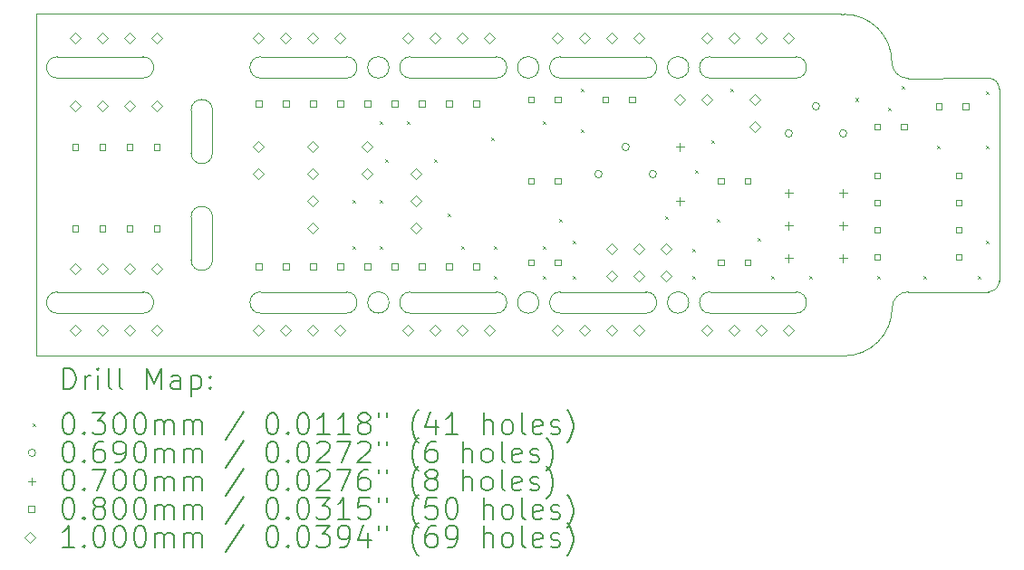
<source format=gbr>
%TF.GenerationSoftware,KiCad,Pcbnew,8.0.5*%
%TF.CreationDate,2024-10-16T23:13:20+09:00*%
%TF.ProjectId,20240922_FV-1,32303234-3039-4323-925f-46562d312e6b,rev?*%
%TF.SameCoordinates,Original*%
%TF.FileFunction,Drillmap*%
%TF.FilePolarity,Positive*%
%FSLAX45Y45*%
G04 Gerber Fmt 4.5, Leading zero omitted, Abs format (unit mm)*
G04 Created by KiCad (PCBNEW 8.0.5) date 2024-10-16 23:13:20*
%MOMM*%
%LPD*%
G01*
G04 APERTURE LIST*
%ADD10C,0.050000*%
%ADD11C,0.200000*%
%ADD12C,0.100000*%
G04 APERTURE END LIST*
D10*
X15900000Y-10700000D02*
X16700000Y-10700000D01*
X15700000Y-10600000D02*
G75*
G02*
X15500000Y-10600000I-100000J0D01*
G01*
X15500000Y-10600000D02*
G75*
G02*
X15700000Y-10600000I100000J0D01*
G01*
X12000000Y-8300000D02*
X11200000Y-8300000D01*
X17300000Y-10700000D02*
G75*
G02*
X17300000Y-10500000I0J100000D01*
G01*
X17300000Y-10700000D02*
X18100000Y-10700000D01*
X20000000Y-10400000D02*
X20000000Y-8600000D01*
X12650000Y-10200000D02*
X12650000Y-9800000D01*
X18100000Y-8300000D02*
G75*
G02*
X18100000Y-8500000I0J-100000D01*
G01*
X18100000Y-8300000D02*
X17300000Y-8300000D01*
X11200000Y-8500000D02*
G75*
G02*
X11200000Y-8300000I0J100000D01*
G01*
X18550000Y-7902752D02*
X18500000Y-7900000D01*
X12000000Y-10500000D02*
X11200000Y-10500000D01*
X12450000Y-8800000D02*
X12450000Y-9200000D01*
X11200000Y-10700000D02*
X12000000Y-10700000D01*
X16700000Y-8300000D02*
X15900000Y-8300000D01*
X11000000Y-11100000D02*
X18500000Y-11100000D01*
X19000000Y-10650000D02*
G75*
G02*
X18550000Y-11100000I-450000J0D01*
G01*
X19900000Y-8500000D02*
G75*
G02*
X20000000Y-8600000I0J-100000D01*
G01*
X15300000Y-10500000D02*
G75*
G02*
X15300000Y-10700000I0J-100000D01*
G01*
X15900000Y-10700000D02*
G75*
G02*
X15900000Y-10500000I0J100000D01*
G01*
X19150000Y-10500000D02*
X19900000Y-10500000D01*
X18550000Y-11100000D02*
X18500000Y-11100000D01*
X12000000Y-8300000D02*
G75*
G02*
X12000000Y-8500000I0J-100000D01*
G01*
X13100000Y-10700000D02*
G75*
G02*
X13100000Y-10500000I0J100000D01*
G01*
X12450000Y-9800000D02*
X12450000Y-10200000D01*
X18100000Y-10500000D02*
G75*
G02*
X18100000Y-10700000I0J-100000D01*
G01*
X15300000Y-10500000D02*
X14500000Y-10500000D01*
X14500000Y-10700000D02*
X15300000Y-10700000D01*
X13900000Y-8300000D02*
G75*
G02*
X13900000Y-8500000I0J-100000D01*
G01*
X12000000Y-10500000D02*
G75*
G02*
X12000000Y-10700000I0J-100000D01*
G01*
X11200000Y-10700000D02*
G75*
G02*
X11200000Y-10500000I0J100000D01*
G01*
X19800000Y-8500000D02*
X19900000Y-8500000D01*
X14300000Y-8400000D02*
G75*
G02*
X14100000Y-8400000I-100000J0D01*
G01*
X14100000Y-8400000D02*
G75*
G02*
X14300000Y-8400000I100000J0D01*
G01*
X13900000Y-8300000D02*
X13100000Y-8300000D01*
X14500000Y-8500000D02*
G75*
G02*
X14500000Y-8300000I0J100000D01*
G01*
X19000000Y-10650000D02*
G75*
G02*
X19150000Y-10500000I150000J0D01*
G01*
X13900000Y-10500000D02*
X13100000Y-10500000D01*
X14500000Y-8500000D02*
X15300000Y-8500000D01*
X12450000Y-9800000D02*
G75*
G02*
X12650000Y-9800000I100000J0D01*
G01*
X18100000Y-10500000D02*
X17300000Y-10500000D01*
X13100000Y-8500000D02*
G75*
G02*
X13100000Y-8300000I0J100000D01*
G01*
X15900000Y-8500000D02*
G75*
G02*
X15900000Y-8300000I0J100000D01*
G01*
X15300000Y-8300000D02*
X14500000Y-8300000D01*
X16700000Y-8300000D02*
G75*
G02*
X16700000Y-8500000I0J-100000D01*
G01*
X16700000Y-10500000D02*
X15900000Y-10500000D01*
X17300000Y-8500000D02*
G75*
G02*
X17300000Y-8300000I0J100000D01*
G01*
X14300000Y-10600000D02*
G75*
G02*
X14100000Y-10600000I-100000J0D01*
G01*
X14100000Y-10600000D02*
G75*
G02*
X14300000Y-10600000I100000J0D01*
G01*
X11200000Y-8500000D02*
X12000000Y-8500000D01*
X12650000Y-9200000D02*
G75*
G02*
X12450000Y-9200000I-100000J0D01*
G01*
X15300000Y-8300000D02*
G75*
G02*
X15300000Y-8500000I0J-100000D01*
G01*
X18550000Y-7902752D02*
G75*
G02*
X18997248Y-8350000I0J-447248D01*
G01*
X19800000Y-8500000D02*
X19150000Y-8502752D01*
X16700000Y-10500000D02*
G75*
G02*
X16700000Y-10700000I0J-100000D01*
G01*
X18500000Y-7900000D02*
X11000000Y-7900000D01*
X20000000Y-10400000D02*
G75*
G02*
X19900000Y-10500000I-100000J0D01*
G01*
X15900000Y-8500000D02*
X16700000Y-8500000D01*
X12450000Y-8800000D02*
G75*
G02*
X12650000Y-8800000I100000J0D01*
G01*
X14500000Y-10700000D02*
G75*
G02*
X14500000Y-10500000I0J100000D01*
G01*
X15700000Y-8400000D02*
G75*
G02*
X15500000Y-8400000I-100000J0D01*
G01*
X15500000Y-8400000D02*
G75*
G02*
X15700000Y-8400000I100000J0D01*
G01*
X12650000Y-10200000D02*
G75*
G02*
X12450000Y-10200000I-100000J0D01*
G01*
X19150000Y-8502752D02*
G75*
G02*
X18997248Y-8350000I0J152752D01*
G01*
X11000000Y-7900000D02*
X11000000Y-11100000D01*
X17100000Y-8400000D02*
G75*
G02*
X16900000Y-8400000I-100000J0D01*
G01*
X16900000Y-8400000D02*
G75*
G02*
X17100000Y-8400000I100000J0D01*
G01*
X13900000Y-10500000D02*
G75*
G02*
X13900000Y-10700000I0J-100000D01*
G01*
X13100000Y-10700000D02*
X13900000Y-10700000D01*
X17300000Y-8500000D02*
X18100000Y-8500000D01*
X12650000Y-9200000D02*
X12650000Y-8800000D01*
X17100000Y-10600000D02*
G75*
G02*
X16900000Y-10600000I-100000J0D01*
G01*
X16900000Y-10600000D02*
G75*
G02*
X17100000Y-10600000I100000J0D01*
G01*
X13100000Y-8500000D02*
X13900000Y-8500000D01*
D11*
D12*
X13955000Y-9637000D02*
X13985000Y-9667000D01*
X13985000Y-9637000D02*
X13955000Y-9667000D01*
X13955000Y-10068800D02*
X13985000Y-10098800D01*
X13985000Y-10068800D02*
X13955000Y-10098800D01*
X14209000Y-8900400D02*
X14239000Y-8930400D01*
X14239000Y-8900400D02*
X14209000Y-8930400D01*
X14209000Y-9637000D02*
X14239000Y-9667000D01*
X14239000Y-9637000D02*
X14209000Y-9667000D01*
X14209000Y-10068800D02*
X14239000Y-10098800D01*
X14239000Y-10068800D02*
X14209000Y-10098800D01*
X14259800Y-9256000D02*
X14289800Y-9286000D01*
X14289800Y-9256000D02*
X14259800Y-9286000D01*
X14463000Y-8900400D02*
X14493000Y-8930400D01*
X14493000Y-8900400D02*
X14463000Y-8930400D01*
X14717000Y-9256000D02*
X14747000Y-9286000D01*
X14747000Y-9256000D02*
X14717000Y-9286000D01*
X14844000Y-9764000D02*
X14874000Y-9794000D01*
X14874000Y-9764000D02*
X14844000Y-9794000D01*
X14971000Y-10068800D02*
X15001000Y-10098800D01*
X15001000Y-10068800D02*
X14971000Y-10098800D01*
X15250400Y-9052800D02*
X15280400Y-9082800D01*
X15280400Y-9052800D02*
X15250400Y-9082800D01*
X15275800Y-10068800D02*
X15305800Y-10098800D01*
X15305800Y-10068800D02*
X15275800Y-10098800D01*
X15275800Y-10348200D02*
X15305800Y-10378200D01*
X15305800Y-10348200D02*
X15275800Y-10378200D01*
X15733000Y-8900400D02*
X15763000Y-8930400D01*
X15763000Y-8900400D02*
X15733000Y-8930400D01*
X15733000Y-10068800D02*
X15763000Y-10098800D01*
X15763000Y-10068800D02*
X15733000Y-10098800D01*
X15733000Y-10348200D02*
X15763000Y-10378200D01*
X15763000Y-10348200D02*
X15733000Y-10378200D01*
X15885400Y-9814800D02*
X15915400Y-9844800D01*
X15915400Y-9814800D02*
X15885400Y-9844800D01*
X16012400Y-10018000D02*
X16042400Y-10048000D01*
X16042400Y-10018000D02*
X16012400Y-10048000D01*
X16012400Y-10348200D02*
X16042400Y-10378200D01*
X16042400Y-10348200D02*
X16012400Y-10378200D01*
X16088600Y-8595600D02*
X16118600Y-8625600D01*
X16118600Y-8595600D02*
X16088600Y-8625600D01*
X16088600Y-8976600D02*
X16118600Y-9006600D01*
X16118600Y-8976600D02*
X16088600Y-9006600D01*
X16876000Y-9789400D02*
X16906000Y-9819400D01*
X16906000Y-9789400D02*
X16876000Y-9819400D01*
X17130000Y-10094200D02*
X17160000Y-10124200D01*
X17160000Y-10094200D02*
X17130000Y-10124200D01*
X17130000Y-10348200D02*
X17160000Y-10378200D01*
X17160000Y-10348200D02*
X17130000Y-10378200D01*
X17155400Y-9357600D02*
X17185400Y-9387600D01*
X17185400Y-9357600D02*
X17155400Y-9387600D01*
X17307800Y-9078200D02*
X17337800Y-9108200D01*
X17337800Y-9078200D02*
X17307800Y-9108200D01*
X17358600Y-9814800D02*
X17388600Y-9844800D01*
X17388600Y-9814800D02*
X17358600Y-9844800D01*
X17485600Y-8595600D02*
X17515600Y-8625600D01*
X17515600Y-8595600D02*
X17485600Y-8625600D01*
X17739600Y-9992600D02*
X17769600Y-10022600D01*
X17769600Y-9992600D02*
X17739600Y-10022600D01*
X17866600Y-10348200D02*
X17896600Y-10378200D01*
X17896600Y-10348200D02*
X17866600Y-10378200D01*
X18222200Y-10348200D02*
X18252200Y-10378200D01*
X18252200Y-10348200D02*
X18222200Y-10378200D01*
X18654000Y-8684500D02*
X18684000Y-8714500D01*
X18684000Y-8684500D02*
X18654000Y-8714500D01*
X18857200Y-10348200D02*
X18887200Y-10378200D01*
X18887200Y-10348200D02*
X18857200Y-10378200D01*
X18958800Y-8773400D02*
X18988800Y-8803400D01*
X18988800Y-8773400D02*
X18958800Y-8803400D01*
X19085800Y-8570200D02*
X19115800Y-8600200D01*
X19115800Y-8570200D02*
X19085800Y-8600200D01*
X19289000Y-10348200D02*
X19319000Y-10378200D01*
X19319000Y-10348200D02*
X19289000Y-10378200D01*
X19416000Y-9129000D02*
X19446000Y-9159000D01*
X19446000Y-9129000D02*
X19416000Y-9159000D01*
X19797000Y-10348200D02*
X19827000Y-10378200D01*
X19827000Y-10348200D02*
X19797000Y-10378200D01*
X19873200Y-8621000D02*
X19903200Y-8651000D01*
X19903200Y-8621000D02*
X19873200Y-8651000D01*
X19873200Y-9129000D02*
X19903200Y-9159000D01*
X19903200Y-9129000D02*
X19873200Y-9159000D01*
X19873200Y-10018000D02*
X19903200Y-10048000D01*
X19903200Y-10018000D02*
X19873200Y-10048000D01*
X16290500Y-9398000D02*
G75*
G02*
X16221500Y-9398000I-34500J0D01*
G01*
X16221500Y-9398000D02*
G75*
G02*
X16290500Y-9398000I34500J0D01*
G01*
X16544500Y-9144000D02*
G75*
G02*
X16475500Y-9144000I-34500J0D01*
G01*
X16475500Y-9144000D02*
G75*
G02*
X16544500Y-9144000I34500J0D01*
G01*
X16798500Y-9398000D02*
G75*
G02*
X16729500Y-9398000I-34500J0D01*
G01*
X16729500Y-9398000D02*
G75*
G02*
X16798500Y-9398000I34500J0D01*
G01*
X18068500Y-9017000D02*
G75*
G02*
X17999500Y-9017000I-34500J0D01*
G01*
X17999500Y-9017000D02*
G75*
G02*
X18068500Y-9017000I34500J0D01*
G01*
X18322500Y-8763000D02*
G75*
G02*
X18253500Y-8763000I-34500J0D01*
G01*
X18253500Y-8763000D02*
G75*
G02*
X18322500Y-8763000I34500J0D01*
G01*
X18576500Y-9017000D02*
G75*
G02*
X18507500Y-9017000I-34500J0D01*
G01*
X18507500Y-9017000D02*
G75*
G02*
X18576500Y-9017000I34500J0D01*
G01*
X17018000Y-9109000D02*
X17018000Y-9179000D01*
X16983000Y-9144000D02*
X17053000Y-9144000D01*
X17018000Y-9617000D02*
X17018000Y-9687000D01*
X16983000Y-9652000D02*
X17053000Y-9652000D01*
X18034000Y-9540800D02*
X18034000Y-9610800D01*
X17999000Y-9575800D02*
X18069000Y-9575800D01*
X18034000Y-9845600D02*
X18034000Y-9915600D01*
X17999000Y-9880600D02*
X18069000Y-9880600D01*
X18034000Y-10150400D02*
X18034000Y-10220400D01*
X17999000Y-10185400D02*
X18069000Y-10185400D01*
X18542000Y-9540800D02*
X18542000Y-9610800D01*
X18507000Y-9575800D02*
X18577000Y-9575800D01*
X18542000Y-9845600D02*
X18542000Y-9915600D01*
X18507000Y-9880600D02*
X18577000Y-9880600D01*
X18542000Y-10150400D02*
X18542000Y-10220400D01*
X18507000Y-10185400D02*
X18577000Y-10185400D01*
X11394784Y-9172285D02*
X11394784Y-9115716D01*
X11338215Y-9115716D01*
X11338215Y-9172285D01*
X11394784Y-9172285D01*
X11394784Y-9934285D02*
X11394784Y-9877716D01*
X11338215Y-9877716D01*
X11338215Y-9934285D01*
X11394784Y-9934285D01*
X11648784Y-9172285D02*
X11648784Y-9115716D01*
X11592215Y-9115716D01*
X11592215Y-9172285D01*
X11648784Y-9172285D01*
X11648784Y-9934285D02*
X11648784Y-9877716D01*
X11592215Y-9877716D01*
X11592215Y-9934285D01*
X11648784Y-9934285D01*
X11902784Y-9172285D02*
X11902784Y-9115716D01*
X11846215Y-9115716D01*
X11846215Y-9172285D01*
X11902784Y-9172285D01*
X11902784Y-9934285D02*
X11902784Y-9877716D01*
X11846215Y-9877716D01*
X11846215Y-9934285D01*
X11902784Y-9934285D01*
X12156784Y-9172285D02*
X12156784Y-9115716D01*
X12100215Y-9115716D01*
X12100215Y-9172285D01*
X12156784Y-9172285D01*
X12156784Y-9934285D02*
X12156784Y-9877716D01*
X12100215Y-9877716D01*
X12100215Y-9934285D01*
X12156784Y-9934285D01*
X13109284Y-8765885D02*
X13109284Y-8709316D01*
X13052715Y-8709316D01*
X13052715Y-8765885D01*
X13109284Y-8765885D01*
X13109284Y-10289885D02*
X13109284Y-10233316D01*
X13052715Y-10233316D01*
X13052715Y-10289885D01*
X13109284Y-10289885D01*
X13363284Y-8765885D02*
X13363284Y-8709316D01*
X13306715Y-8709316D01*
X13306715Y-8765885D01*
X13363284Y-8765885D01*
X13363284Y-10289885D02*
X13363284Y-10233316D01*
X13306715Y-10233316D01*
X13306715Y-10289885D01*
X13363284Y-10289885D01*
X13617284Y-8765885D02*
X13617284Y-8709316D01*
X13560715Y-8709316D01*
X13560715Y-8765885D01*
X13617284Y-8765885D01*
X13617284Y-10289885D02*
X13617284Y-10233316D01*
X13560715Y-10233316D01*
X13560715Y-10289885D01*
X13617284Y-10289885D01*
X13871284Y-8765885D02*
X13871284Y-8709316D01*
X13814715Y-8709316D01*
X13814715Y-8765885D01*
X13871284Y-8765885D01*
X13871284Y-10289885D02*
X13871284Y-10233316D01*
X13814715Y-10233316D01*
X13814715Y-10289885D01*
X13871284Y-10289885D01*
X14125284Y-8765885D02*
X14125284Y-8709316D01*
X14068715Y-8709316D01*
X14068715Y-8765885D01*
X14125284Y-8765885D01*
X14125284Y-10289885D02*
X14125284Y-10233316D01*
X14068715Y-10233316D01*
X14068715Y-10289885D01*
X14125284Y-10289885D01*
X14379284Y-8765885D02*
X14379284Y-8709316D01*
X14322715Y-8709316D01*
X14322715Y-8765885D01*
X14379284Y-8765885D01*
X14379284Y-10289885D02*
X14379284Y-10233316D01*
X14322715Y-10233316D01*
X14322715Y-10289885D01*
X14379284Y-10289885D01*
X14633284Y-8765885D02*
X14633284Y-8709316D01*
X14576715Y-8709316D01*
X14576715Y-8765885D01*
X14633284Y-8765885D01*
X14633284Y-10289885D02*
X14633284Y-10233316D01*
X14576715Y-10233316D01*
X14576715Y-10289885D01*
X14633284Y-10289885D01*
X14887284Y-8765885D02*
X14887284Y-8709316D01*
X14830715Y-8709316D01*
X14830715Y-8765885D01*
X14887284Y-8765885D01*
X14887284Y-10289885D02*
X14887284Y-10233316D01*
X14830715Y-10233316D01*
X14830715Y-10289885D01*
X14887284Y-10289885D01*
X15141284Y-8765885D02*
X15141284Y-8709316D01*
X15084715Y-8709316D01*
X15084715Y-8765885D01*
X15141284Y-8765885D01*
X15141284Y-10289885D02*
X15141284Y-10233316D01*
X15084715Y-10233316D01*
X15084715Y-10289885D01*
X15141284Y-10289885D01*
X15653284Y-9489785D02*
X15653284Y-9433216D01*
X15596715Y-9433216D01*
X15596715Y-9489785D01*
X15653284Y-9489785D01*
X15653284Y-10251785D02*
X15653284Y-10195216D01*
X15596715Y-10195216D01*
X15596715Y-10251785D01*
X15653284Y-10251785D01*
X15654004Y-8727785D02*
X15654004Y-8671216D01*
X15597435Y-8671216D01*
X15597435Y-8727785D01*
X15654004Y-8727785D01*
X15903284Y-9489785D02*
X15903284Y-9433216D01*
X15846715Y-9433216D01*
X15846715Y-9489785D01*
X15903284Y-9489785D01*
X15903284Y-10251785D02*
X15903284Y-10195216D01*
X15846715Y-10195216D01*
X15846715Y-10251785D01*
X15903284Y-10251785D01*
X15904004Y-8727785D02*
X15904004Y-8671216D01*
X15847435Y-8671216D01*
X15847435Y-8727785D01*
X15904004Y-8727785D01*
X16347784Y-8727785D02*
X16347784Y-8671216D01*
X16291215Y-8671216D01*
X16291215Y-8727785D01*
X16347784Y-8727785D01*
X16597784Y-8727785D02*
X16597784Y-8671216D01*
X16541215Y-8671216D01*
X16541215Y-8727785D01*
X16597784Y-8727785D01*
X17427285Y-9489785D02*
X17427285Y-9433216D01*
X17370716Y-9433216D01*
X17370716Y-9489785D01*
X17427285Y-9489785D01*
X17427285Y-10251785D02*
X17427285Y-10195216D01*
X17370716Y-10195216D01*
X17370716Y-10251785D01*
X17427285Y-10251785D01*
X17677285Y-9489785D02*
X17677285Y-9433216D01*
X17620716Y-9433216D01*
X17620716Y-9489785D01*
X17677285Y-9489785D01*
X17677285Y-10251785D02*
X17677285Y-10195216D01*
X17620716Y-10195216D01*
X17620716Y-10251785D01*
X17677285Y-10251785D01*
X18887785Y-8981785D02*
X18887785Y-8925216D01*
X18831216Y-8925216D01*
X18831216Y-8981785D01*
X18887785Y-8981785D01*
X18887785Y-9438985D02*
X18887785Y-9382416D01*
X18831216Y-9382416D01*
X18831216Y-9438985D01*
X18887785Y-9438985D01*
X18887785Y-9692985D02*
X18887785Y-9636416D01*
X18831216Y-9636416D01*
X18831216Y-9692985D01*
X18887785Y-9692985D01*
X18887785Y-9946985D02*
X18887785Y-9890416D01*
X18831216Y-9890416D01*
X18831216Y-9946985D01*
X18887785Y-9946985D01*
X18887785Y-10200985D02*
X18887785Y-10144416D01*
X18831216Y-10144416D01*
X18831216Y-10200985D01*
X18887785Y-10200985D01*
X19137785Y-8981785D02*
X19137785Y-8925216D01*
X19081216Y-8925216D01*
X19081216Y-8981785D01*
X19137785Y-8981785D01*
X19463285Y-8791285D02*
X19463285Y-8734716D01*
X19406716Y-8734716D01*
X19406716Y-8791285D01*
X19463285Y-8791285D01*
X19649785Y-9438985D02*
X19649785Y-9382416D01*
X19593216Y-9382416D01*
X19593216Y-9438985D01*
X19649785Y-9438985D01*
X19649785Y-9692985D02*
X19649785Y-9636416D01*
X19593216Y-9636416D01*
X19593216Y-9692985D01*
X19649785Y-9692985D01*
X19649785Y-9946985D02*
X19649785Y-9890416D01*
X19593216Y-9890416D01*
X19593216Y-9946985D01*
X19649785Y-9946985D01*
X19649785Y-10200985D02*
X19649785Y-10144416D01*
X19593216Y-10144416D01*
X19593216Y-10200985D01*
X19649785Y-10200985D01*
X19713285Y-8791285D02*
X19713285Y-8734716D01*
X19656716Y-8734716D01*
X19656716Y-8791285D01*
X19713285Y-8791285D01*
X11366500Y-8178000D02*
X11416500Y-8128000D01*
X11366500Y-8078000D01*
X11316500Y-8128000D01*
X11366500Y-8178000D01*
X11366500Y-8813000D02*
X11416500Y-8763000D01*
X11366500Y-8713000D01*
X11316500Y-8763000D01*
X11366500Y-8813000D01*
X11366500Y-10337000D02*
X11416500Y-10287000D01*
X11366500Y-10237000D01*
X11316500Y-10287000D01*
X11366500Y-10337000D01*
X11366500Y-10908500D02*
X11416500Y-10858500D01*
X11366500Y-10808500D01*
X11316500Y-10858500D01*
X11366500Y-10908500D01*
X11620500Y-8178000D02*
X11670500Y-8128000D01*
X11620500Y-8078000D01*
X11570500Y-8128000D01*
X11620500Y-8178000D01*
X11620500Y-8813000D02*
X11670500Y-8763000D01*
X11620500Y-8713000D01*
X11570500Y-8763000D01*
X11620500Y-8813000D01*
X11620500Y-10337000D02*
X11670500Y-10287000D01*
X11620500Y-10237000D01*
X11570500Y-10287000D01*
X11620500Y-10337000D01*
X11620500Y-10908500D02*
X11670500Y-10858500D01*
X11620500Y-10808500D01*
X11570500Y-10858500D01*
X11620500Y-10908500D01*
X11874500Y-8178000D02*
X11924500Y-8128000D01*
X11874500Y-8078000D01*
X11824500Y-8128000D01*
X11874500Y-8178000D01*
X11874500Y-8813000D02*
X11924500Y-8763000D01*
X11874500Y-8713000D01*
X11824500Y-8763000D01*
X11874500Y-8813000D01*
X11874500Y-10337000D02*
X11924500Y-10287000D01*
X11874500Y-10237000D01*
X11824500Y-10287000D01*
X11874500Y-10337000D01*
X11874500Y-10908500D02*
X11924500Y-10858500D01*
X11874500Y-10808500D01*
X11824500Y-10858500D01*
X11874500Y-10908500D01*
X12128500Y-8178000D02*
X12178500Y-8128000D01*
X12128500Y-8078000D01*
X12078500Y-8128000D01*
X12128500Y-8178000D01*
X12128500Y-8813000D02*
X12178500Y-8763000D01*
X12128500Y-8713000D01*
X12078500Y-8763000D01*
X12128500Y-8813000D01*
X12128500Y-10337000D02*
X12178500Y-10287000D01*
X12128500Y-10237000D01*
X12078500Y-10287000D01*
X12128500Y-10337000D01*
X12128500Y-10908500D02*
X12178500Y-10858500D01*
X12128500Y-10808500D01*
X12078500Y-10858500D01*
X12128500Y-10908500D01*
X13081000Y-8178000D02*
X13131000Y-8128000D01*
X13081000Y-8078000D01*
X13031000Y-8128000D01*
X13081000Y-8178000D01*
X13081000Y-9194000D02*
X13131000Y-9144000D01*
X13081000Y-9094000D01*
X13031000Y-9144000D01*
X13081000Y-9194000D01*
X13081000Y-9448000D02*
X13131000Y-9398000D01*
X13081000Y-9348000D01*
X13031000Y-9398000D01*
X13081000Y-9448000D01*
X13081000Y-10908500D02*
X13131000Y-10858500D01*
X13081000Y-10808500D01*
X13031000Y-10858500D01*
X13081000Y-10908500D01*
X13335000Y-8178000D02*
X13385000Y-8128000D01*
X13335000Y-8078000D01*
X13285000Y-8128000D01*
X13335000Y-8178000D01*
X13335000Y-10908500D02*
X13385000Y-10858500D01*
X13335000Y-10808500D01*
X13285000Y-10858500D01*
X13335000Y-10908500D01*
X13589000Y-8178000D02*
X13639000Y-8128000D01*
X13589000Y-8078000D01*
X13539000Y-8128000D01*
X13589000Y-8178000D01*
X13589000Y-9194000D02*
X13639000Y-9144000D01*
X13589000Y-9094000D01*
X13539000Y-9144000D01*
X13589000Y-9194000D01*
X13589000Y-9448000D02*
X13639000Y-9398000D01*
X13589000Y-9348000D01*
X13539000Y-9398000D01*
X13589000Y-9448000D01*
X13589000Y-9702000D02*
X13639000Y-9652000D01*
X13589000Y-9602000D01*
X13539000Y-9652000D01*
X13589000Y-9702000D01*
X13589000Y-9956000D02*
X13639000Y-9906000D01*
X13589000Y-9856000D01*
X13539000Y-9906000D01*
X13589000Y-9956000D01*
X13589000Y-10908500D02*
X13639000Y-10858500D01*
X13589000Y-10808500D01*
X13539000Y-10858500D01*
X13589000Y-10908500D01*
X13843000Y-8178000D02*
X13893000Y-8128000D01*
X13843000Y-8078000D01*
X13793000Y-8128000D01*
X13843000Y-8178000D01*
X13843000Y-10908500D02*
X13893000Y-10858500D01*
X13843000Y-10808500D01*
X13793000Y-10858500D01*
X13843000Y-10908500D01*
X14097000Y-9194000D02*
X14147000Y-9144000D01*
X14097000Y-9094000D01*
X14047000Y-9144000D01*
X14097000Y-9194000D01*
X14097000Y-9448000D02*
X14147000Y-9398000D01*
X14097000Y-9348000D01*
X14047000Y-9398000D01*
X14097000Y-9448000D01*
X14478000Y-8178000D02*
X14528000Y-8128000D01*
X14478000Y-8078000D01*
X14428000Y-8128000D01*
X14478000Y-8178000D01*
X14478000Y-10908500D02*
X14528000Y-10858500D01*
X14478000Y-10808500D01*
X14428000Y-10858500D01*
X14478000Y-10908500D01*
X14554200Y-9448000D02*
X14604200Y-9398000D01*
X14554200Y-9348000D01*
X14504200Y-9398000D01*
X14554200Y-9448000D01*
X14554200Y-9702000D02*
X14604200Y-9652000D01*
X14554200Y-9602000D01*
X14504200Y-9652000D01*
X14554200Y-9702000D01*
X14554200Y-9956000D02*
X14604200Y-9906000D01*
X14554200Y-9856000D01*
X14504200Y-9906000D01*
X14554200Y-9956000D01*
X14732000Y-8178000D02*
X14782000Y-8128000D01*
X14732000Y-8078000D01*
X14682000Y-8128000D01*
X14732000Y-8178000D01*
X14732000Y-10908500D02*
X14782000Y-10858500D01*
X14732000Y-10808500D01*
X14682000Y-10858500D01*
X14732000Y-10908500D01*
X14986000Y-8178000D02*
X15036000Y-8128000D01*
X14986000Y-8078000D01*
X14936000Y-8128000D01*
X14986000Y-8178000D01*
X14986000Y-10908500D02*
X15036000Y-10858500D01*
X14986000Y-10808500D01*
X14936000Y-10858500D01*
X14986000Y-10908500D01*
X15240000Y-8178000D02*
X15290000Y-8128000D01*
X15240000Y-8078000D01*
X15190000Y-8128000D01*
X15240000Y-8178000D01*
X15240000Y-10908500D02*
X15290000Y-10858500D01*
X15240000Y-10808500D01*
X15190000Y-10858500D01*
X15240000Y-10908500D01*
X15875000Y-8178000D02*
X15925000Y-8128000D01*
X15875000Y-8078000D01*
X15825000Y-8128000D01*
X15875000Y-8178000D01*
X15875000Y-10908500D02*
X15925000Y-10858500D01*
X15875000Y-10808500D01*
X15825000Y-10858500D01*
X15875000Y-10908500D01*
X16129000Y-8178000D02*
X16179000Y-8128000D01*
X16129000Y-8078000D01*
X16079000Y-8128000D01*
X16129000Y-8178000D01*
X16129000Y-10908500D02*
X16179000Y-10858500D01*
X16129000Y-10808500D01*
X16079000Y-10858500D01*
X16129000Y-10908500D01*
X16383000Y-8178000D02*
X16433000Y-8128000D01*
X16383000Y-8078000D01*
X16333000Y-8128000D01*
X16383000Y-8178000D01*
X16383000Y-10146500D02*
X16433000Y-10096500D01*
X16383000Y-10046500D01*
X16333000Y-10096500D01*
X16383000Y-10146500D01*
X16383000Y-10400500D02*
X16433000Y-10350500D01*
X16383000Y-10300500D01*
X16333000Y-10350500D01*
X16383000Y-10400500D01*
X16383000Y-10908500D02*
X16433000Y-10858500D01*
X16383000Y-10808500D01*
X16333000Y-10858500D01*
X16383000Y-10908500D01*
X16637000Y-8178000D02*
X16687000Y-8128000D01*
X16637000Y-8078000D01*
X16587000Y-8128000D01*
X16637000Y-8178000D01*
X16637000Y-10146500D02*
X16687000Y-10096500D01*
X16637000Y-10046500D01*
X16587000Y-10096500D01*
X16637000Y-10146500D01*
X16637000Y-10400500D02*
X16687000Y-10350500D01*
X16637000Y-10300500D01*
X16587000Y-10350500D01*
X16637000Y-10400500D01*
X16637000Y-10908500D02*
X16687000Y-10858500D01*
X16637000Y-10808500D01*
X16587000Y-10858500D01*
X16637000Y-10908500D01*
X16891000Y-10146500D02*
X16941000Y-10096500D01*
X16891000Y-10046500D01*
X16841000Y-10096500D01*
X16891000Y-10146500D01*
X16891000Y-10400500D02*
X16941000Y-10350500D01*
X16891000Y-10300500D01*
X16841000Y-10350500D01*
X16891000Y-10400500D01*
X17018000Y-8749500D02*
X17068000Y-8699500D01*
X17018000Y-8649500D01*
X16968000Y-8699500D01*
X17018000Y-8749500D01*
X17272000Y-8178000D02*
X17322000Y-8128000D01*
X17272000Y-8078000D01*
X17222000Y-8128000D01*
X17272000Y-8178000D01*
X17272000Y-8749500D02*
X17322000Y-8699500D01*
X17272000Y-8649500D01*
X17222000Y-8699500D01*
X17272000Y-8749500D01*
X17272000Y-10908500D02*
X17322000Y-10858500D01*
X17272000Y-10808500D01*
X17222000Y-10858500D01*
X17272000Y-10908500D01*
X17526000Y-8178000D02*
X17576000Y-8128000D01*
X17526000Y-8078000D01*
X17476000Y-8128000D01*
X17526000Y-8178000D01*
X17526000Y-10908500D02*
X17576000Y-10858500D01*
X17526000Y-10808500D01*
X17476000Y-10858500D01*
X17526000Y-10908500D01*
X17716500Y-8749500D02*
X17766500Y-8699500D01*
X17716500Y-8649500D01*
X17666500Y-8699500D01*
X17716500Y-8749500D01*
X17716500Y-9003500D02*
X17766500Y-8953500D01*
X17716500Y-8903500D01*
X17666500Y-8953500D01*
X17716500Y-9003500D01*
X17780000Y-8178000D02*
X17830000Y-8128000D01*
X17780000Y-8078000D01*
X17730000Y-8128000D01*
X17780000Y-8178000D01*
X17780000Y-10908500D02*
X17830000Y-10858500D01*
X17780000Y-10808500D01*
X17730000Y-10858500D01*
X17780000Y-10908500D01*
X18034000Y-8178000D02*
X18084000Y-8128000D01*
X18034000Y-8078000D01*
X17984000Y-8128000D01*
X18034000Y-8178000D01*
X18034000Y-10908500D02*
X18084000Y-10858500D01*
X18034000Y-10808500D01*
X17984000Y-10858500D01*
X18034000Y-10908500D01*
D11*
X11258277Y-11413984D02*
X11258277Y-11213984D01*
X11258277Y-11213984D02*
X11305896Y-11213984D01*
X11305896Y-11213984D02*
X11334467Y-11223508D01*
X11334467Y-11223508D02*
X11353515Y-11242555D01*
X11353515Y-11242555D02*
X11363039Y-11261603D01*
X11363039Y-11261603D02*
X11372562Y-11299698D01*
X11372562Y-11299698D02*
X11372562Y-11328269D01*
X11372562Y-11328269D02*
X11363039Y-11366365D01*
X11363039Y-11366365D02*
X11353515Y-11385412D01*
X11353515Y-11385412D02*
X11334467Y-11404460D01*
X11334467Y-11404460D02*
X11305896Y-11413984D01*
X11305896Y-11413984D02*
X11258277Y-11413984D01*
X11458277Y-11413984D02*
X11458277Y-11280650D01*
X11458277Y-11318746D02*
X11467801Y-11299698D01*
X11467801Y-11299698D02*
X11477324Y-11290174D01*
X11477324Y-11290174D02*
X11496372Y-11280650D01*
X11496372Y-11280650D02*
X11515420Y-11280650D01*
X11582086Y-11413984D02*
X11582086Y-11280650D01*
X11582086Y-11213984D02*
X11572562Y-11223508D01*
X11572562Y-11223508D02*
X11582086Y-11233031D01*
X11582086Y-11233031D02*
X11591610Y-11223508D01*
X11591610Y-11223508D02*
X11582086Y-11213984D01*
X11582086Y-11213984D02*
X11582086Y-11233031D01*
X11705896Y-11413984D02*
X11686848Y-11404460D01*
X11686848Y-11404460D02*
X11677324Y-11385412D01*
X11677324Y-11385412D02*
X11677324Y-11213984D01*
X11810658Y-11413984D02*
X11791610Y-11404460D01*
X11791610Y-11404460D02*
X11782086Y-11385412D01*
X11782086Y-11385412D02*
X11782086Y-11213984D01*
X12039229Y-11413984D02*
X12039229Y-11213984D01*
X12039229Y-11213984D02*
X12105896Y-11356841D01*
X12105896Y-11356841D02*
X12172562Y-11213984D01*
X12172562Y-11213984D02*
X12172562Y-11413984D01*
X12353515Y-11413984D02*
X12353515Y-11309222D01*
X12353515Y-11309222D02*
X12343991Y-11290174D01*
X12343991Y-11290174D02*
X12324943Y-11280650D01*
X12324943Y-11280650D02*
X12286848Y-11280650D01*
X12286848Y-11280650D02*
X12267801Y-11290174D01*
X12353515Y-11404460D02*
X12334467Y-11413984D01*
X12334467Y-11413984D02*
X12286848Y-11413984D01*
X12286848Y-11413984D02*
X12267801Y-11404460D01*
X12267801Y-11404460D02*
X12258277Y-11385412D01*
X12258277Y-11385412D02*
X12258277Y-11366365D01*
X12258277Y-11366365D02*
X12267801Y-11347317D01*
X12267801Y-11347317D02*
X12286848Y-11337793D01*
X12286848Y-11337793D02*
X12334467Y-11337793D01*
X12334467Y-11337793D02*
X12353515Y-11328269D01*
X12448753Y-11280650D02*
X12448753Y-11480650D01*
X12448753Y-11290174D02*
X12467801Y-11280650D01*
X12467801Y-11280650D02*
X12505896Y-11280650D01*
X12505896Y-11280650D02*
X12524943Y-11290174D01*
X12524943Y-11290174D02*
X12534467Y-11299698D01*
X12534467Y-11299698D02*
X12543991Y-11318746D01*
X12543991Y-11318746D02*
X12543991Y-11375888D01*
X12543991Y-11375888D02*
X12534467Y-11394936D01*
X12534467Y-11394936D02*
X12524943Y-11404460D01*
X12524943Y-11404460D02*
X12505896Y-11413984D01*
X12505896Y-11413984D02*
X12467801Y-11413984D01*
X12467801Y-11413984D02*
X12448753Y-11404460D01*
X12629705Y-11394936D02*
X12639229Y-11404460D01*
X12639229Y-11404460D02*
X12629705Y-11413984D01*
X12629705Y-11413984D02*
X12620182Y-11404460D01*
X12620182Y-11404460D02*
X12629705Y-11394936D01*
X12629705Y-11394936D02*
X12629705Y-11413984D01*
X12629705Y-11290174D02*
X12639229Y-11299698D01*
X12639229Y-11299698D02*
X12629705Y-11309222D01*
X12629705Y-11309222D02*
X12620182Y-11299698D01*
X12620182Y-11299698D02*
X12629705Y-11290174D01*
X12629705Y-11290174D02*
X12629705Y-11309222D01*
D12*
X10967500Y-11727500D02*
X10997500Y-11757500D01*
X10997500Y-11727500D02*
X10967500Y-11757500D01*
D11*
X11296372Y-11633984D02*
X11315420Y-11633984D01*
X11315420Y-11633984D02*
X11334467Y-11643508D01*
X11334467Y-11643508D02*
X11343991Y-11653031D01*
X11343991Y-11653031D02*
X11353515Y-11672079D01*
X11353515Y-11672079D02*
X11363039Y-11710174D01*
X11363039Y-11710174D02*
X11363039Y-11757793D01*
X11363039Y-11757793D02*
X11353515Y-11795888D01*
X11353515Y-11795888D02*
X11343991Y-11814936D01*
X11343991Y-11814936D02*
X11334467Y-11824460D01*
X11334467Y-11824460D02*
X11315420Y-11833984D01*
X11315420Y-11833984D02*
X11296372Y-11833984D01*
X11296372Y-11833984D02*
X11277324Y-11824460D01*
X11277324Y-11824460D02*
X11267801Y-11814936D01*
X11267801Y-11814936D02*
X11258277Y-11795888D01*
X11258277Y-11795888D02*
X11248753Y-11757793D01*
X11248753Y-11757793D02*
X11248753Y-11710174D01*
X11248753Y-11710174D02*
X11258277Y-11672079D01*
X11258277Y-11672079D02*
X11267801Y-11653031D01*
X11267801Y-11653031D02*
X11277324Y-11643508D01*
X11277324Y-11643508D02*
X11296372Y-11633984D01*
X11448753Y-11814936D02*
X11458277Y-11824460D01*
X11458277Y-11824460D02*
X11448753Y-11833984D01*
X11448753Y-11833984D02*
X11439229Y-11824460D01*
X11439229Y-11824460D02*
X11448753Y-11814936D01*
X11448753Y-11814936D02*
X11448753Y-11833984D01*
X11524943Y-11633984D02*
X11648753Y-11633984D01*
X11648753Y-11633984D02*
X11582086Y-11710174D01*
X11582086Y-11710174D02*
X11610658Y-11710174D01*
X11610658Y-11710174D02*
X11629705Y-11719698D01*
X11629705Y-11719698D02*
X11639229Y-11729222D01*
X11639229Y-11729222D02*
X11648753Y-11748269D01*
X11648753Y-11748269D02*
X11648753Y-11795888D01*
X11648753Y-11795888D02*
X11639229Y-11814936D01*
X11639229Y-11814936D02*
X11629705Y-11824460D01*
X11629705Y-11824460D02*
X11610658Y-11833984D01*
X11610658Y-11833984D02*
X11553515Y-11833984D01*
X11553515Y-11833984D02*
X11534467Y-11824460D01*
X11534467Y-11824460D02*
X11524943Y-11814936D01*
X11772562Y-11633984D02*
X11791610Y-11633984D01*
X11791610Y-11633984D02*
X11810658Y-11643508D01*
X11810658Y-11643508D02*
X11820182Y-11653031D01*
X11820182Y-11653031D02*
X11829705Y-11672079D01*
X11829705Y-11672079D02*
X11839229Y-11710174D01*
X11839229Y-11710174D02*
X11839229Y-11757793D01*
X11839229Y-11757793D02*
X11829705Y-11795888D01*
X11829705Y-11795888D02*
X11820182Y-11814936D01*
X11820182Y-11814936D02*
X11810658Y-11824460D01*
X11810658Y-11824460D02*
X11791610Y-11833984D01*
X11791610Y-11833984D02*
X11772562Y-11833984D01*
X11772562Y-11833984D02*
X11753515Y-11824460D01*
X11753515Y-11824460D02*
X11743991Y-11814936D01*
X11743991Y-11814936D02*
X11734467Y-11795888D01*
X11734467Y-11795888D02*
X11724943Y-11757793D01*
X11724943Y-11757793D02*
X11724943Y-11710174D01*
X11724943Y-11710174D02*
X11734467Y-11672079D01*
X11734467Y-11672079D02*
X11743991Y-11653031D01*
X11743991Y-11653031D02*
X11753515Y-11643508D01*
X11753515Y-11643508D02*
X11772562Y-11633984D01*
X11963039Y-11633984D02*
X11982086Y-11633984D01*
X11982086Y-11633984D02*
X12001134Y-11643508D01*
X12001134Y-11643508D02*
X12010658Y-11653031D01*
X12010658Y-11653031D02*
X12020182Y-11672079D01*
X12020182Y-11672079D02*
X12029705Y-11710174D01*
X12029705Y-11710174D02*
X12029705Y-11757793D01*
X12029705Y-11757793D02*
X12020182Y-11795888D01*
X12020182Y-11795888D02*
X12010658Y-11814936D01*
X12010658Y-11814936D02*
X12001134Y-11824460D01*
X12001134Y-11824460D02*
X11982086Y-11833984D01*
X11982086Y-11833984D02*
X11963039Y-11833984D01*
X11963039Y-11833984D02*
X11943991Y-11824460D01*
X11943991Y-11824460D02*
X11934467Y-11814936D01*
X11934467Y-11814936D02*
X11924943Y-11795888D01*
X11924943Y-11795888D02*
X11915420Y-11757793D01*
X11915420Y-11757793D02*
X11915420Y-11710174D01*
X11915420Y-11710174D02*
X11924943Y-11672079D01*
X11924943Y-11672079D02*
X11934467Y-11653031D01*
X11934467Y-11653031D02*
X11943991Y-11643508D01*
X11943991Y-11643508D02*
X11963039Y-11633984D01*
X12115420Y-11833984D02*
X12115420Y-11700650D01*
X12115420Y-11719698D02*
X12124943Y-11710174D01*
X12124943Y-11710174D02*
X12143991Y-11700650D01*
X12143991Y-11700650D02*
X12172563Y-11700650D01*
X12172563Y-11700650D02*
X12191610Y-11710174D01*
X12191610Y-11710174D02*
X12201134Y-11729222D01*
X12201134Y-11729222D02*
X12201134Y-11833984D01*
X12201134Y-11729222D02*
X12210658Y-11710174D01*
X12210658Y-11710174D02*
X12229705Y-11700650D01*
X12229705Y-11700650D02*
X12258277Y-11700650D01*
X12258277Y-11700650D02*
X12277324Y-11710174D01*
X12277324Y-11710174D02*
X12286848Y-11729222D01*
X12286848Y-11729222D02*
X12286848Y-11833984D01*
X12382086Y-11833984D02*
X12382086Y-11700650D01*
X12382086Y-11719698D02*
X12391610Y-11710174D01*
X12391610Y-11710174D02*
X12410658Y-11700650D01*
X12410658Y-11700650D02*
X12439229Y-11700650D01*
X12439229Y-11700650D02*
X12458277Y-11710174D01*
X12458277Y-11710174D02*
X12467801Y-11729222D01*
X12467801Y-11729222D02*
X12467801Y-11833984D01*
X12467801Y-11729222D02*
X12477324Y-11710174D01*
X12477324Y-11710174D02*
X12496372Y-11700650D01*
X12496372Y-11700650D02*
X12524943Y-11700650D01*
X12524943Y-11700650D02*
X12543991Y-11710174D01*
X12543991Y-11710174D02*
X12553515Y-11729222D01*
X12553515Y-11729222D02*
X12553515Y-11833984D01*
X12943991Y-11624460D02*
X12772563Y-11881603D01*
X13201134Y-11633984D02*
X13220182Y-11633984D01*
X13220182Y-11633984D02*
X13239229Y-11643508D01*
X13239229Y-11643508D02*
X13248753Y-11653031D01*
X13248753Y-11653031D02*
X13258277Y-11672079D01*
X13258277Y-11672079D02*
X13267801Y-11710174D01*
X13267801Y-11710174D02*
X13267801Y-11757793D01*
X13267801Y-11757793D02*
X13258277Y-11795888D01*
X13258277Y-11795888D02*
X13248753Y-11814936D01*
X13248753Y-11814936D02*
X13239229Y-11824460D01*
X13239229Y-11824460D02*
X13220182Y-11833984D01*
X13220182Y-11833984D02*
X13201134Y-11833984D01*
X13201134Y-11833984D02*
X13182086Y-11824460D01*
X13182086Y-11824460D02*
X13172563Y-11814936D01*
X13172563Y-11814936D02*
X13163039Y-11795888D01*
X13163039Y-11795888D02*
X13153515Y-11757793D01*
X13153515Y-11757793D02*
X13153515Y-11710174D01*
X13153515Y-11710174D02*
X13163039Y-11672079D01*
X13163039Y-11672079D02*
X13172563Y-11653031D01*
X13172563Y-11653031D02*
X13182086Y-11643508D01*
X13182086Y-11643508D02*
X13201134Y-11633984D01*
X13353515Y-11814936D02*
X13363039Y-11824460D01*
X13363039Y-11824460D02*
X13353515Y-11833984D01*
X13353515Y-11833984D02*
X13343991Y-11824460D01*
X13343991Y-11824460D02*
X13353515Y-11814936D01*
X13353515Y-11814936D02*
X13353515Y-11833984D01*
X13486848Y-11633984D02*
X13505896Y-11633984D01*
X13505896Y-11633984D02*
X13524944Y-11643508D01*
X13524944Y-11643508D02*
X13534467Y-11653031D01*
X13534467Y-11653031D02*
X13543991Y-11672079D01*
X13543991Y-11672079D02*
X13553515Y-11710174D01*
X13553515Y-11710174D02*
X13553515Y-11757793D01*
X13553515Y-11757793D02*
X13543991Y-11795888D01*
X13543991Y-11795888D02*
X13534467Y-11814936D01*
X13534467Y-11814936D02*
X13524944Y-11824460D01*
X13524944Y-11824460D02*
X13505896Y-11833984D01*
X13505896Y-11833984D02*
X13486848Y-11833984D01*
X13486848Y-11833984D02*
X13467801Y-11824460D01*
X13467801Y-11824460D02*
X13458277Y-11814936D01*
X13458277Y-11814936D02*
X13448753Y-11795888D01*
X13448753Y-11795888D02*
X13439229Y-11757793D01*
X13439229Y-11757793D02*
X13439229Y-11710174D01*
X13439229Y-11710174D02*
X13448753Y-11672079D01*
X13448753Y-11672079D02*
X13458277Y-11653031D01*
X13458277Y-11653031D02*
X13467801Y-11643508D01*
X13467801Y-11643508D02*
X13486848Y-11633984D01*
X13743991Y-11833984D02*
X13629706Y-11833984D01*
X13686848Y-11833984D02*
X13686848Y-11633984D01*
X13686848Y-11633984D02*
X13667801Y-11662555D01*
X13667801Y-11662555D02*
X13648753Y-11681603D01*
X13648753Y-11681603D02*
X13629706Y-11691127D01*
X13934467Y-11833984D02*
X13820182Y-11833984D01*
X13877325Y-11833984D02*
X13877325Y-11633984D01*
X13877325Y-11633984D02*
X13858277Y-11662555D01*
X13858277Y-11662555D02*
X13839229Y-11681603D01*
X13839229Y-11681603D02*
X13820182Y-11691127D01*
X14048753Y-11719698D02*
X14029706Y-11710174D01*
X14029706Y-11710174D02*
X14020182Y-11700650D01*
X14020182Y-11700650D02*
X14010658Y-11681603D01*
X14010658Y-11681603D02*
X14010658Y-11672079D01*
X14010658Y-11672079D02*
X14020182Y-11653031D01*
X14020182Y-11653031D02*
X14029706Y-11643508D01*
X14029706Y-11643508D02*
X14048753Y-11633984D01*
X14048753Y-11633984D02*
X14086848Y-11633984D01*
X14086848Y-11633984D02*
X14105896Y-11643508D01*
X14105896Y-11643508D02*
X14115420Y-11653031D01*
X14115420Y-11653031D02*
X14124944Y-11672079D01*
X14124944Y-11672079D02*
X14124944Y-11681603D01*
X14124944Y-11681603D02*
X14115420Y-11700650D01*
X14115420Y-11700650D02*
X14105896Y-11710174D01*
X14105896Y-11710174D02*
X14086848Y-11719698D01*
X14086848Y-11719698D02*
X14048753Y-11719698D01*
X14048753Y-11719698D02*
X14029706Y-11729222D01*
X14029706Y-11729222D02*
X14020182Y-11738746D01*
X14020182Y-11738746D02*
X14010658Y-11757793D01*
X14010658Y-11757793D02*
X14010658Y-11795888D01*
X14010658Y-11795888D02*
X14020182Y-11814936D01*
X14020182Y-11814936D02*
X14029706Y-11824460D01*
X14029706Y-11824460D02*
X14048753Y-11833984D01*
X14048753Y-11833984D02*
X14086848Y-11833984D01*
X14086848Y-11833984D02*
X14105896Y-11824460D01*
X14105896Y-11824460D02*
X14115420Y-11814936D01*
X14115420Y-11814936D02*
X14124944Y-11795888D01*
X14124944Y-11795888D02*
X14124944Y-11757793D01*
X14124944Y-11757793D02*
X14115420Y-11738746D01*
X14115420Y-11738746D02*
X14105896Y-11729222D01*
X14105896Y-11729222D02*
X14086848Y-11719698D01*
X14201134Y-11633984D02*
X14201134Y-11672079D01*
X14277325Y-11633984D02*
X14277325Y-11672079D01*
X14572563Y-11910174D02*
X14563039Y-11900650D01*
X14563039Y-11900650D02*
X14543991Y-11872079D01*
X14543991Y-11872079D02*
X14534468Y-11853031D01*
X14534468Y-11853031D02*
X14524944Y-11824460D01*
X14524944Y-11824460D02*
X14515420Y-11776841D01*
X14515420Y-11776841D02*
X14515420Y-11738746D01*
X14515420Y-11738746D02*
X14524944Y-11691127D01*
X14524944Y-11691127D02*
X14534468Y-11662555D01*
X14534468Y-11662555D02*
X14543991Y-11643508D01*
X14543991Y-11643508D02*
X14563039Y-11614936D01*
X14563039Y-11614936D02*
X14572563Y-11605412D01*
X14734468Y-11700650D02*
X14734468Y-11833984D01*
X14686848Y-11624460D02*
X14639229Y-11767317D01*
X14639229Y-11767317D02*
X14763039Y-11767317D01*
X14943991Y-11833984D02*
X14829706Y-11833984D01*
X14886848Y-11833984D02*
X14886848Y-11633984D01*
X14886848Y-11633984D02*
X14867801Y-11662555D01*
X14867801Y-11662555D02*
X14848753Y-11681603D01*
X14848753Y-11681603D02*
X14829706Y-11691127D01*
X15182087Y-11833984D02*
X15182087Y-11633984D01*
X15267801Y-11833984D02*
X15267801Y-11729222D01*
X15267801Y-11729222D02*
X15258277Y-11710174D01*
X15258277Y-11710174D02*
X15239230Y-11700650D01*
X15239230Y-11700650D02*
X15210658Y-11700650D01*
X15210658Y-11700650D02*
X15191610Y-11710174D01*
X15191610Y-11710174D02*
X15182087Y-11719698D01*
X15391610Y-11833984D02*
X15372563Y-11824460D01*
X15372563Y-11824460D02*
X15363039Y-11814936D01*
X15363039Y-11814936D02*
X15353515Y-11795888D01*
X15353515Y-11795888D02*
X15353515Y-11738746D01*
X15353515Y-11738746D02*
X15363039Y-11719698D01*
X15363039Y-11719698D02*
X15372563Y-11710174D01*
X15372563Y-11710174D02*
X15391610Y-11700650D01*
X15391610Y-11700650D02*
X15420182Y-11700650D01*
X15420182Y-11700650D02*
X15439230Y-11710174D01*
X15439230Y-11710174D02*
X15448753Y-11719698D01*
X15448753Y-11719698D02*
X15458277Y-11738746D01*
X15458277Y-11738746D02*
X15458277Y-11795888D01*
X15458277Y-11795888D02*
X15448753Y-11814936D01*
X15448753Y-11814936D02*
X15439230Y-11824460D01*
X15439230Y-11824460D02*
X15420182Y-11833984D01*
X15420182Y-11833984D02*
X15391610Y-11833984D01*
X15572563Y-11833984D02*
X15553515Y-11824460D01*
X15553515Y-11824460D02*
X15543991Y-11805412D01*
X15543991Y-11805412D02*
X15543991Y-11633984D01*
X15724944Y-11824460D02*
X15705896Y-11833984D01*
X15705896Y-11833984D02*
X15667801Y-11833984D01*
X15667801Y-11833984D02*
X15648753Y-11824460D01*
X15648753Y-11824460D02*
X15639230Y-11805412D01*
X15639230Y-11805412D02*
X15639230Y-11729222D01*
X15639230Y-11729222D02*
X15648753Y-11710174D01*
X15648753Y-11710174D02*
X15667801Y-11700650D01*
X15667801Y-11700650D02*
X15705896Y-11700650D01*
X15705896Y-11700650D02*
X15724944Y-11710174D01*
X15724944Y-11710174D02*
X15734468Y-11729222D01*
X15734468Y-11729222D02*
X15734468Y-11748269D01*
X15734468Y-11748269D02*
X15639230Y-11767317D01*
X15810658Y-11824460D02*
X15829706Y-11833984D01*
X15829706Y-11833984D02*
X15867801Y-11833984D01*
X15867801Y-11833984D02*
X15886849Y-11824460D01*
X15886849Y-11824460D02*
X15896372Y-11805412D01*
X15896372Y-11805412D02*
X15896372Y-11795888D01*
X15896372Y-11795888D02*
X15886849Y-11776841D01*
X15886849Y-11776841D02*
X15867801Y-11767317D01*
X15867801Y-11767317D02*
X15839230Y-11767317D01*
X15839230Y-11767317D02*
X15820182Y-11757793D01*
X15820182Y-11757793D02*
X15810658Y-11738746D01*
X15810658Y-11738746D02*
X15810658Y-11729222D01*
X15810658Y-11729222D02*
X15820182Y-11710174D01*
X15820182Y-11710174D02*
X15839230Y-11700650D01*
X15839230Y-11700650D02*
X15867801Y-11700650D01*
X15867801Y-11700650D02*
X15886849Y-11710174D01*
X15963039Y-11910174D02*
X15972563Y-11900650D01*
X15972563Y-11900650D02*
X15991611Y-11872079D01*
X15991611Y-11872079D02*
X16001134Y-11853031D01*
X16001134Y-11853031D02*
X16010658Y-11824460D01*
X16010658Y-11824460D02*
X16020182Y-11776841D01*
X16020182Y-11776841D02*
X16020182Y-11738746D01*
X16020182Y-11738746D02*
X16010658Y-11691127D01*
X16010658Y-11691127D02*
X16001134Y-11662555D01*
X16001134Y-11662555D02*
X15991611Y-11643508D01*
X15991611Y-11643508D02*
X15972563Y-11614936D01*
X15972563Y-11614936D02*
X15963039Y-11605412D01*
D12*
X10997500Y-12006500D02*
G75*
G02*
X10928500Y-12006500I-34500J0D01*
G01*
X10928500Y-12006500D02*
G75*
G02*
X10997500Y-12006500I34500J0D01*
G01*
D11*
X11296372Y-11897984D02*
X11315420Y-11897984D01*
X11315420Y-11897984D02*
X11334467Y-11907508D01*
X11334467Y-11907508D02*
X11343991Y-11917031D01*
X11343991Y-11917031D02*
X11353515Y-11936079D01*
X11353515Y-11936079D02*
X11363039Y-11974174D01*
X11363039Y-11974174D02*
X11363039Y-12021793D01*
X11363039Y-12021793D02*
X11353515Y-12059888D01*
X11353515Y-12059888D02*
X11343991Y-12078936D01*
X11343991Y-12078936D02*
X11334467Y-12088460D01*
X11334467Y-12088460D02*
X11315420Y-12097984D01*
X11315420Y-12097984D02*
X11296372Y-12097984D01*
X11296372Y-12097984D02*
X11277324Y-12088460D01*
X11277324Y-12088460D02*
X11267801Y-12078936D01*
X11267801Y-12078936D02*
X11258277Y-12059888D01*
X11258277Y-12059888D02*
X11248753Y-12021793D01*
X11248753Y-12021793D02*
X11248753Y-11974174D01*
X11248753Y-11974174D02*
X11258277Y-11936079D01*
X11258277Y-11936079D02*
X11267801Y-11917031D01*
X11267801Y-11917031D02*
X11277324Y-11907508D01*
X11277324Y-11907508D02*
X11296372Y-11897984D01*
X11448753Y-12078936D02*
X11458277Y-12088460D01*
X11458277Y-12088460D02*
X11448753Y-12097984D01*
X11448753Y-12097984D02*
X11439229Y-12088460D01*
X11439229Y-12088460D02*
X11448753Y-12078936D01*
X11448753Y-12078936D02*
X11448753Y-12097984D01*
X11629705Y-11897984D02*
X11591610Y-11897984D01*
X11591610Y-11897984D02*
X11572562Y-11907508D01*
X11572562Y-11907508D02*
X11563039Y-11917031D01*
X11563039Y-11917031D02*
X11543991Y-11945603D01*
X11543991Y-11945603D02*
X11534467Y-11983698D01*
X11534467Y-11983698D02*
X11534467Y-12059888D01*
X11534467Y-12059888D02*
X11543991Y-12078936D01*
X11543991Y-12078936D02*
X11553515Y-12088460D01*
X11553515Y-12088460D02*
X11572562Y-12097984D01*
X11572562Y-12097984D02*
X11610658Y-12097984D01*
X11610658Y-12097984D02*
X11629705Y-12088460D01*
X11629705Y-12088460D02*
X11639229Y-12078936D01*
X11639229Y-12078936D02*
X11648753Y-12059888D01*
X11648753Y-12059888D02*
X11648753Y-12012269D01*
X11648753Y-12012269D02*
X11639229Y-11993222D01*
X11639229Y-11993222D02*
X11629705Y-11983698D01*
X11629705Y-11983698D02*
X11610658Y-11974174D01*
X11610658Y-11974174D02*
X11572562Y-11974174D01*
X11572562Y-11974174D02*
X11553515Y-11983698D01*
X11553515Y-11983698D02*
X11543991Y-11993222D01*
X11543991Y-11993222D02*
X11534467Y-12012269D01*
X11743991Y-12097984D02*
X11782086Y-12097984D01*
X11782086Y-12097984D02*
X11801134Y-12088460D01*
X11801134Y-12088460D02*
X11810658Y-12078936D01*
X11810658Y-12078936D02*
X11829705Y-12050365D01*
X11829705Y-12050365D02*
X11839229Y-12012269D01*
X11839229Y-12012269D02*
X11839229Y-11936079D01*
X11839229Y-11936079D02*
X11829705Y-11917031D01*
X11829705Y-11917031D02*
X11820182Y-11907508D01*
X11820182Y-11907508D02*
X11801134Y-11897984D01*
X11801134Y-11897984D02*
X11763039Y-11897984D01*
X11763039Y-11897984D02*
X11743991Y-11907508D01*
X11743991Y-11907508D02*
X11734467Y-11917031D01*
X11734467Y-11917031D02*
X11724943Y-11936079D01*
X11724943Y-11936079D02*
X11724943Y-11983698D01*
X11724943Y-11983698D02*
X11734467Y-12002746D01*
X11734467Y-12002746D02*
X11743991Y-12012269D01*
X11743991Y-12012269D02*
X11763039Y-12021793D01*
X11763039Y-12021793D02*
X11801134Y-12021793D01*
X11801134Y-12021793D02*
X11820182Y-12012269D01*
X11820182Y-12012269D02*
X11829705Y-12002746D01*
X11829705Y-12002746D02*
X11839229Y-11983698D01*
X11963039Y-11897984D02*
X11982086Y-11897984D01*
X11982086Y-11897984D02*
X12001134Y-11907508D01*
X12001134Y-11907508D02*
X12010658Y-11917031D01*
X12010658Y-11917031D02*
X12020182Y-11936079D01*
X12020182Y-11936079D02*
X12029705Y-11974174D01*
X12029705Y-11974174D02*
X12029705Y-12021793D01*
X12029705Y-12021793D02*
X12020182Y-12059888D01*
X12020182Y-12059888D02*
X12010658Y-12078936D01*
X12010658Y-12078936D02*
X12001134Y-12088460D01*
X12001134Y-12088460D02*
X11982086Y-12097984D01*
X11982086Y-12097984D02*
X11963039Y-12097984D01*
X11963039Y-12097984D02*
X11943991Y-12088460D01*
X11943991Y-12088460D02*
X11934467Y-12078936D01*
X11934467Y-12078936D02*
X11924943Y-12059888D01*
X11924943Y-12059888D02*
X11915420Y-12021793D01*
X11915420Y-12021793D02*
X11915420Y-11974174D01*
X11915420Y-11974174D02*
X11924943Y-11936079D01*
X11924943Y-11936079D02*
X11934467Y-11917031D01*
X11934467Y-11917031D02*
X11943991Y-11907508D01*
X11943991Y-11907508D02*
X11963039Y-11897984D01*
X12115420Y-12097984D02*
X12115420Y-11964650D01*
X12115420Y-11983698D02*
X12124943Y-11974174D01*
X12124943Y-11974174D02*
X12143991Y-11964650D01*
X12143991Y-11964650D02*
X12172563Y-11964650D01*
X12172563Y-11964650D02*
X12191610Y-11974174D01*
X12191610Y-11974174D02*
X12201134Y-11993222D01*
X12201134Y-11993222D02*
X12201134Y-12097984D01*
X12201134Y-11993222D02*
X12210658Y-11974174D01*
X12210658Y-11974174D02*
X12229705Y-11964650D01*
X12229705Y-11964650D02*
X12258277Y-11964650D01*
X12258277Y-11964650D02*
X12277324Y-11974174D01*
X12277324Y-11974174D02*
X12286848Y-11993222D01*
X12286848Y-11993222D02*
X12286848Y-12097984D01*
X12382086Y-12097984D02*
X12382086Y-11964650D01*
X12382086Y-11983698D02*
X12391610Y-11974174D01*
X12391610Y-11974174D02*
X12410658Y-11964650D01*
X12410658Y-11964650D02*
X12439229Y-11964650D01*
X12439229Y-11964650D02*
X12458277Y-11974174D01*
X12458277Y-11974174D02*
X12467801Y-11993222D01*
X12467801Y-11993222D02*
X12467801Y-12097984D01*
X12467801Y-11993222D02*
X12477324Y-11974174D01*
X12477324Y-11974174D02*
X12496372Y-11964650D01*
X12496372Y-11964650D02*
X12524943Y-11964650D01*
X12524943Y-11964650D02*
X12543991Y-11974174D01*
X12543991Y-11974174D02*
X12553515Y-11993222D01*
X12553515Y-11993222D02*
X12553515Y-12097984D01*
X12943991Y-11888460D02*
X12772563Y-12145603D01*
X13201134Y-11897984D02*
X13220182Y-11897984D01*
X13220182Y-11897984D02*
X13239229Y-11907508D01*
X13239229Y-11907508D02*
X13248753Y-11917031D01*
X13248753Y-11917031D02*
X13258277Y-11936079D01*
X13258277Y-11936079D02*
X13267801Y-11974174D01*
X13267801Y-11974174D02*
X13267801Y-12021793D01*
X13267801Y-12021793D02*
X13258277Y-12059888D01*
X13258277Y-12059888D02*
X13248753Y-12078936D01*
X13248753Y-12078936D02*
X13239229Y-12088460D01*
X13239229Y-12088460D02*
X13220182Y-12097984D01*
X13220182Y-12097984D02*
X13201134Y-12097984D01*
X13201134Y-12097984D02*
X13182086Y-12088460D01*
X13182086Y-12088460D02*
X13172563Y-12078936D01*
X13172563Y-12078936D02*
X13163039Y-12059888D01*
X13163039Y-12059888D02*
X13153515Y-12021793D01*
X13153515Y-12021793D02*
X13153515Y-11974174D01*
X13153515Y-11974174D02*
X13163039Y-11936079D01*
X13163039Y-11936079D02*
X13172563Y-11917031D01*
X13172563Y-11917031D02*
X13182086Y-11907508D01*
X13182086Y-11907508D02*
X13201134Y-11897984D01*
X13353515Y-12078936D02*
X13363039Y-12088460D01*
X13363039Y-12088460D02*
X13353515Y-12097984D01*
X13353515Y-12097984D02*
X13343991Y-12088460D01*
X13343991Y-12088460D02*
X13353515Y-12078936D01*
X13353515Y-12078936D02*
X13353515Y-12097984D01*
X13486848Y-11897984D02*
X13505896Y-11897984D01*
X13505896Y-11897984D02*
X13524944Y-11907508D01*
X13524944Y-11907508D02*
X13534467Y-11917031D01*
X13534467Y-11917031D02*
X13543991Y-11936079D01*
X13543991Y-11936079D02*
X13553515Y-11974174D01*
X13553515Y-11974174D02*
X13553515Y-12021793D01*
X13553515Y-12021793D02*
X13543991Y-12059888D01*
X13543991Y-12059888D02*
X13534467Y-12078936D01*
X13534467Y-12078936D02*
X13524944Y-12088460D01*
X13524944Y-12088460D02*
X13505896Y-12097984D01*
X13505896Y-12097984D02*
X13486848Y-12097984D01*
X13486848Y-12097984D02*
X13467801Y-12088460D01*
X13467801Y-12088460D02*
X13458277Y-12078936D01*
X13458277Y-12078936D02*
X13448753Y-12059888D01*
X13448753Y-12059888D02*
X13439229Y-12021793D01*
X13439229Y-12021793D02*
X13439229Y-11974174D01*
X13439229Y-11974174D02*
X13448753Y-11936079D01*
X13448753Y-11936079D02*
X13458277Y-11917031D01*
X13458277Y-11917031D02*
X13467801Y-11907508D01*
X13467801Y-11907508D02*
X13486848Y-11897984D01*
X13629706Y-11917031D02*
X13639229Y-11907508D01*
X13639229Y-11907508D02*
X13658277Y-11897984D01*
X13658277Y-11897984D02*
X13705896Y-11897984D01*
X13705896Y-11897984D02*
X13724944Y-11907508D01*
X13724944Y-11907508D02*
X13734467Y-11917031D01*
X13734467Y-11917031D02*
X13743991Y-11936079D01*
X13743991Y-11936079D02*
X13743991Y-11955127D01*
X13743991Y-11955127D02*
X13734467Y-11983698D01*
X13734467Y-11983698D02*
X13620182Y-12097984D01*
X13620182Y-12097984D02*
X13743991Y-12097984D01*
X13810658Y-11897984D02*
X13943991Y-11897984D01*
X13943991Y-11897984D02*
X13858277Y-12097984D01*
X14010658Y-11917031D02*
X14020182Y-11907508D01*
X14020182Y-11907508D02*
X14039229Y-11897984D01*
X14039229Y-11897984D02*
X14086848Y-11897984D01*
X14086848Y-11897984D02*
X14105896Y-11907508D01*
X14105896Y-11907508D02*
X14115420Y-11917031D01*
X14115420Y-11917031D02*
X14124944Y-11936079D01*
X14124944Y-11936079D02*
X14124944Y-11955127D01*
X14124944Y-11955127D02*
X14115420Y-11983698D01*
X14115420Y-11983698D02*
X14001134Y-12097984D01*
X14001134Y-12097984D02*
X14124944Y-12097984D01*
X14201134Y-11897984D02*
X14201134Y-11936079D01*
X14277325Y-11897984D02*
X14277325Y-11936079D01*
X14572563Y-12174174D02*
X14563039Y-12164650D01*
X14563039Y-12164650D02*
X14543991Y-12136079D01*
X14543991Y-12136079D02*
X14534468Y-12117031D01*
X14534468Y-12117031D02*
X14524944Y-12088460D01*
X14524944Y-12088460D02*
X14515420Y-12040841D01*
X14515420Y-12040841D02*
X14515420Y-12002746D01*
X14515420Y-12002746D02*
X14524944Y-11955127D01*
X14524944Y-11955127D02*
X14534468Y-11926555D01*
X14534468Y-11926555D02*
X14543991Y-11907508D01*
X14543991Y-11907508D02*
X14563039Y-11878936D01*
X14563039Y-11878936D02*
X14572563Y-11869412D01*
X14734468Y-11897984D02*
X14696372Y-11897984D01*
X14696372Y-11897984D02*
X14677325Y-11907508D01*
X14677325Y-11907508D02*
X14667801Y-11917031D01*
X14667801Y-11917031D02*
X14648753Y-11945603D01*
X14648753Y-11945603D02*
X14639229Y-11983698D01*
X14639229Y-11983698D02*
X14639229Y-12059888D01*
X14639229Y-12059888D02*
X14648753Y-12078936D01*
X14648753Y-12078936D02*
X14658277Y-12088460D01*
X14658277Y-12088460D02*
X14677325Y-12097984D01*
X14677325Y-12097984D02*
X14715420Y-12097984D01*
X14715420Y-12097984D02*
X14734468Y-12088460D01*
X14734468Y-12088460D02*
X14743991Y-12078936D01*
X14743991Y-12078936D02*
X14753515Y-12059888D01*
X14753515Y-12059888D02*
X14753515Y-12012269D01*
X14753515Y-12012269D02*
X14743991Y-11993222D01*
X14743991Y-11993222D02*
X14734468Y-11983698D01*
X14734468Y-11983698D02*
X14715420Y-11974174D01*
X14715420Y-11974174D02*
X14677325Y-11974174D01*
X14677325Y-11974174D02*
X14658277Y-11983698D01*
X14658277Y-11983698D02*
X14648753Y-11993222D01*
X14648753Y-11993222D02*
X14639229Y-12012269D01*
X14991610Y-12097984D02*
X14991610Y-11897984D01*
X15077325Y-12097984D02*
X15077325Y-11993222D01*
X15077325Y-11993222D02*
X15067801Y-11974174D01*
X15067801Y-11974174D02*
X15048753Y-11964650D01*
X15048753Y-11964650D02*
X15020182Y-11964650D01*
X15020182Y-11964650D02*
X15001134Y-11974174D01*
X15001134Y-11974174D02*
X14991610Y-11983698D01*
X15201134Y-12097984D02*
X15182087Y-12088460D01*
X15182087Y-12088460D02*
X15172563Y-12078936D01*
X15172563Y-12078936D02*
X15163039Y-12059888D01*
X15163039Y-12059888D02*
X15163039Y-12002746D01*
X15163039Y-12002746D02*
X15172563Y-11983698D01*
X15172563Y-11983698D02*
X15182087Y-11974174D01*
X15182087Y-11974174D02*
X15201134Y-11964650D01*
X15201134Y-11964650D02*
X15229706Y-11964650D01*
X15229706Y-11964650D02*
X15248753Y-11974174D01*
X15248753Y-11974174D02*
X15258277Y-11983698D01*
X15258277Y-11983698D02*
X15267801Y-12002746D01*
X15267801Y-12002746D02*
X15267801Y-12059888D01*
X15267801Y-12059888D02*
X15258277Y-12078936D01*
X15258277Y-12078936D02*
X15248753Y-12088460D01*
X15248753Y-12088460D02*
X15229706Y-12097984D01*
X15229706Y-12097984D02*
X15201134Y-12097984D01*
X15382087Y-12097984D02*
X15363039Y-12088460D01*
X15363039Y-12088460D02*
X15353515Y-12069412D01*
X15353515Y-12069412D02*
X15353515Y-11897984D01*
X15534468Y-12088460D02*
X15515420Y-12097984D01*
X15515420Y-12097984D02*
X15477325Y-12097984D01*
X15477325Y-12097984D02*
X15458277Y-12088460D01*
X15458277Y-12088460D02*
X15448753Y-12069412D01*
X15448753Y-12069412D02*
X15448753Y-11993222D01*
X15448753Y-11993222D02*
X15458277Y-11974174D01*
X15458277Y-11974174D02*
X15477325Y-11964650D01*
X15477325Y-11964650D02*
X15515420Y-11964650D01*
X15515420Y-11964650D02*
X15534468Y-11974174D01*
X15534468Y-11974174D02*
X15543991Y-11993222D01*
X15543991Y-11993222D02*
X15543991Y-12012269D01*
X15543991Y-12012269D02*
X15448753Y-12031317D01*
X15620182Y-12088460D02*
X15639230Y-12097984D01*
X15639230Y-12097984D02*
X15677325Y-12097984D01*
X15677325Y-12097984D02*
X15696372Y-12088460D01*
X15696372Y-12088460D02*
X15705896Y-12069412D01*
X15705896Y-12069412D02*
X15705896Y-12059888D01*
X15705896Y-12059888D02*
X15696372Y-12040841D01*
X15696372Y-12040841D02*
X15677325Y-12031317D01*
X15677325Y-12031317D02*
X15648753Y-12031317D01*
X15648753Y-12031317D02*
X15629706Y-12021793D01*
X15629706Y-12021793D02*
X15620182Y-12002746D01*
X15620182Y-12002746D02*
X15620182Y-11993222D01*
X15620182Y-11993222D02*
X15629706Y-11974174D01*
X15629706Y-11974174D02*
X15648753Y-11964650D01*
X15648753Y-11964650D02*
X15677325Y-11964650D01*
X15677325Y-11964650D02*
X15696372Y-11974174D01*
X15772563Y-12174174D02*
X15782087Y-12164650D01*
X15782087Y-12164650D02*
X15801134Y-12136079D01*
X15801134Y-12136079D02*
X15810658Y-12117031D01*
X15810658Y-12117031D02*
X15820182Y-12088460D01*
X15820182Y-12088460D02*
X15829706Y-12040841D01*
X15829706Y-12040841D02*
X15829706Y-12002746D01*
X15829706Y-12002746D02*
X15820182Y-11955127D01*
X15820182Y-11955127D02*
X15810658Y-11926555D01*
X15810658Y-11926555D02*
X15801134Y-11907508D01*
X15801134Y-11907508D02*
X15782087Y-11878936D01*
X15782087Y-11878936D02*
X15772563Y-11869412D01*
D12*
X10962500Y-12235500D02*
X10962500Y-12305500D01*
X10927500Y-12270500D02*
X10997500Y-12270500D01*
D11*
X11296372Y-12161984D02*
X11315420Y-12161984D01*
X11315420Y-12161984D02*
X11334467Y-12171508D01*
X11334467Y-12171508D02*
X11343991Y-12181031D01*
X11343991Y-12181031D02*
X11353515Y-12200079D01*
X11353515Y-12200079D02*
X11363039Y-12238174D01*
X11363039Y-12238174D02*
X11363039Y-12285793D01*
X11363039Y-12285793D02*
X11353515Y-12323888D01*
X11353515Y-12323888D02*
X11343991Y-12342936D01*
X11343991Y-12342936D02*
X11334467Y-12352460D01*
X11334467Y-12352460D02*
X11315420Y-12361984D01*
X11315420Y-12361984D02*
X11296372Y-12361984D01*
X11296372Y-12361984D02*
X11277324Y-12352460D01*
X11277324Y-12352460D02*
X11267801Y-12342936D01*
X11267801Y-12342936D02*
X11258277Y-12323888D01*
X11258277Y-12323888D02*
X11248753Y-12285793D01*
X11248753Y-12285793D02*
X11248753Y-12238174D01*
X11248753Y-12238174D02*
X11258277Y-12200079D01*
X11258277Y-12200079D02*
X11267801Y-12181031D01*
X11267801Y-12181031D02*
X11277324Y-12171508D01*
X11277324Y-12171508D02*
X11296372Y-12161984D01*
X11448753Y-12342936D02*
X11458277Y-12352460D01*
X11458277Y-12352460D02*
X11448753Y-12361984D01*
X11448753Y-12361984D02*
X11439229Y-12352460D01*
X11439229Y-12352460D02*
X11448753Y-12342936D01*
X11448753Y-12342936D02*
X11448753Y-12361984D01*
X11524943Y-12161984D02*
X11658277Y-12161984D01*
X11658277Y-12161984D02*
X11572562Y-12361984D01*
X11772562Y-12161984D02*
X11791610Y-12161984D01*
X11791610Y-12161984D02*
X11810658Y-12171508D01*
X11810658Y-12171508D02*
X11820182Y-12181031D01*
X11820182Y-12181031D02*
X11829705Y-12200079D01*
X11829705Y-12200079D02*
X11839229Y-12238174D01*
X11839229Y-12238174D02*
X11839229Y-12285793D01*
X11839229Y-12285793D02*
X11829705Y-12323888D01*
X11829705Y-12323888D02*
X11820182Y-12342936D01*
X11820182Y-12342936D02*
X11810658Y-12352460D01*
X11810658Y-12352460D02*
X11791610Y-12361984D01*
X11791610Y-12361984D02*
X11772562Y-12361984D01*
X11772562Y-12361984D02*
X11753515Y-12352460D01*
X11753515Y-12352460D02*
X11743991Y-12342936D01*
X11743991Y-12342936D02*
X11734467Y-12323888D01*
X11734467Y-12323888D02*
X11724943Y-12285793D01*
X11724943Y-12285793D02*
X11724943Y-12238174D01*
X11724943Y-12238174D02*
X11734467Y-12200079D01*
X11734467Y-12200079D02*
X11743991Y-12181031D01*
X11743991Y-12181031D02*
X11753515Y-12171508D01*
X11753515Y-12171508D02*
X11772562Y-12161984D01*
X11963039Y-12161984D02*
X11982086Y-12161984D01*
X11982086Y-12161984D02*
X12001134Y-12171508D01*
X12001134Y-12171508D02*
X12010658Y-12181031D01*
X12010658Y-12181031D02*
X12020182Y-12200079D01*
X12020182Y-12200079D02*
X12029705Y-12238174D01*
X12029705Y-12238174D02*
X12029705Y-12285793D01*
X12029705Y-12285793D02*
X12020182Y-12323888D01*
X12020182Y-12323888D02*
X12010658Y-12342936D01*
X12010658Y-12342936D02*
X12001134Y-12352460D01*
X12001134Y-12352460D02*
X11982086Y-12361984D01*
X11982086Y-12361984D02*
X11963039Y-12361984D01*
X11963039Y-12361984D02*
X11943991Y-12352460D01*
X11943991Y-12352460D02*
X11934467Y-12342936D01*
X11934467Y-12342936D02*
X11924943Y-12323888D01*
X11924943Y-12323888D02*
X11915420Y-12285793D01*
X11915420Y-12285793D02*
X11915420Y-12238174D01*
X11915420Y-12238174D02*
X11924943Y-12200079D01*
X11924943Y-12200079D02*
X11934467Y-12181031D01*
X11934467Y-12181031D02*
X11943991Y-12171508D01*
X11943991Y-12171508D02*
X11963039Y-12161984D01*
X12115420Y-12361984D02*
X12115420Y-12228650D01*
X12115420Y-12247698D02*
X12124943Y-12238174D01*
X12124943Y-12238174D02*
X12143991Y-12228650D01*
X12143991Y-12228650D02*
X12172563Y-12228650D01*
X12172563Y-12228650D02*
X12191610Y-12238174D01*
X12191610Y-12238174D02*
X12201134Y-12257222D01*
X12201134Y-12257222D02*
X12201134Y-12361984D01*
X12201134Y-12257222D02*
X12210658Y-12238174D01*
X12210658Y-12238174D02*
X12229705Y-12228650D01*
X12229705Y-12228650D02*
X12258277Y-12228650D01*
X12258277Y-12228650D02*
X12277324Y-12238174D01*
X12277324Y-12238174D02*
X12286848Y-12257222D01*
X12286848Y-12257222D02*
X12286848Y-12361984D01*
X12382086Y-12361984D02*
X12382086Y-12228650D01*
X12382086Y-12247698D02*
X12391610Y-12238174D01*
X12391610Y-12238174D02*
X12410658Y-12228650D01*
X12410658Y-12228650D02*
X12439229Y-12228650D01*
X12439229Y-12228650D02*
X12458277Y-12238174D01*
X12458277Y-12238174D02*
X12467801Y-12257222D01*
X12467801Y-12257222D02*
X12467801Y-12361984D01*
X12467801Y-12257222D02*
X12477324Y-12238174D01*
X12477324Y-12238174D02*
X12496372Y-12228650D01*
X12496372Y-12228650D02*
X12524943Y-12228650D01*
X12524943Y-12228650D02*
X12543991Y-12238174D01*
X12543991Y-12238174D02*
X12553515Y-12257222D01*
X12553515Y-12257222D02*
X12553515Y-12361984D01*
X12943991Y-12152460D02*
X12772563Y-12409603D01*
X13201134Y-12161984D02*
X13220182Y-12161984D01*
X13220182Y-12161984D02*
X13239229Y-12171508D01*
X13239229Y-12171508D02*
X13248753Y-12181031D01*
X13248753Y-12181031D02*
X13258277Y-12200079D01*
X13258277Y-12200079D02*
X13267801Y-12238174D01*
X13267801Y-12238174D02*
X13267801Y-12285793D01*
X13267801Y-12285793D02*
X13258277Y-12323888D01*
X13258277Y-12323888D02*
X13248753Y-12342936D01*
X13248753Y-12342936D02*
X13239229Y-12352460D01*
X13239229Y-12352460D02*
X13220182Y-12361984D01*
X13220182Y-12361984D02*
X13201134Y-12361984D01*
X13201134Y-12361984D02*
X13182086Y-12352460D01*
X13182086Y-12352460D02*
X13172563Y-12342936D01*
X13172563Y-12342936D02*
X13163039Y-12323888D01*
X13163039Y-12323888D02*
X13153515Y-12285793D01*
X13153515Y-12285793D02*
X13153515Y-12238174D01*
X13153515Y-12238174D02*
X13163039Y-12200079D01*
X13163039Y-12200079D02*
X13172563Y-12181031D01*
X13172563Y-12181031D02*
X13182086Y-12171508D01*
X13182086Y-12171508D02*
X13201134Y-12161984D01*
X13353515Y-12342936D02*
X13363039Y-12352460D01*
X13363039Y-12352460D02*
X13353515Y-12361984D01*
X13353515Y-12361984D02*
X13343991Y-12352460D01*
X13343991Y-12352460D02*
X13353515Y-12342936D01*
X13353515Y-12342936D02*
X13353515Y-12361984D01*
X13486848Y-12161984D02*
X13505896Y-12161984D01*
X13505896Y-12161984D02*
X13524944Y-12171508D01*
X13524944Y-12171508D02*
X13534467Y-12181031D01*
X13534467Y-12181031D02*
X13543991Y-12200079D01*
X13543991Y-12200079D02*
X13553515Y-12238174D01*
X13553515Y-12238174D02*
X13553515Y-12285793D01*
X13553515Y-12285793D02*
X13543991Y-12323888D01*
X13543991Y-12323888D02*
X13534467Y-12342936D01*
X13534467Y-12342936D02*
X13524944Y-12352460D01*
X13524944Y-12352460D02*
X13505896Y-12361984D01*
X13505896Y-12361984D02*
X13486848Y-12361984D01*
X13486848Y-12361984D02*
X13467801Y-12352460D01*
X13467801Y-12352460D02*
X13458277Y-12342936D01*
X13458277Y-12342936D02*
X13448753Y-12323888D01*
X13448753Y-12323888D02*
X13439229Y-12285793D01*
X13439229Y-12285793D02*
X13439229Y-12238174D01*
X13439229Y-12238174D02*
X13448753Y-12200079D01*
X13448753Y-12200079D02*
X13458277Y-12181031D01*
X13458277Y-12181031D02*
X13467801Y-12171508D01*
X13467801Y-12171508D02*
X13486848Y-12161984D01*
X13629706Y-12181031D02*
X13639229Y-12171508D01*
X13639229Y-12171508D02*
X13658277Y-12161984D01*
X13658277Y-12161984D02*
X13705896Y-12161984D01*
X13705896Y-12161984D02*
X13724944Y-12171508D01*
X13724944Y-12171508D02*
X13734467Y-12181031D01*
X13734467Y-12181031D02*
X13743991Y-12200079D01*
X13743991Y-12200079D02*
X13743991Y-12219127D01*
X13743991Y-12219127D02*
X13734467Y-12247698D01*
X13734467Y-12247698D02*
X13620182Y-12361984D01*
X13620182Y-12361984D02*
X13743991Y-12361984D01*
X13810658Y-12161984D02*
X13943991Y-12161984D01*
X13943991Y-12161984D02*
X13858277Y-12361984D01*
X14105896Y-12161984D02*
X14067801Y-12161984D01*
X14067801Y-12161984D02*
X14048753Y-12171508D01*
X14048753Y-12171508D02*
X14039229Y-12181031D01*
X14039229Y-12181031D02*
X14020182Y-12209603D01*
X14020182Y-12209603D02*
X14010658Y-12247698D01*
X14010658Y-12247698D02*
X14010658Y-12323888D01*
X14010658Y-12323888D02*
X14020182Y-12342936D01*
X14020182Y-12342936D02*
X14029706Y-12352460D01*
X14029706Y-12352460D02*
X14048753Y-12361984D01*
X14048753Y-12361984D02*
X14086848Y-12361984D01*
X14086848Y-12361984D02*
X14105896Y-12352460D01*
X14105896Y-12352460D02*
X14115420Y-12342936D01*
X14115420Y-12342936D02*
X14124944Y-12323888D01*
X14124944Y-12323888D02*
X14124944Y-12276269D01*
X14124944Y-12276269D02*
X14115420Y-12257222D01*
X14115420Y-12257222D02*
X14105896Y-12247698D01*
X14105896Y-12247698D02*
X14086848Y-12238174D01*
X14086848Y-12238174D02*
X14048753Y-12238174D01*
X14048753Y-12238174D02*
X14029706Y-12247698D01*
X14029706Y-12247698D02*
X14020182Y-12257222D01*
X14020182Y-12257222D02*
X14010658Y-12276269D01*
X14201134Y-12161984D02*
X14201134Y-12200079D01*
X14277325Y-12161984D02*
X14277325Y-12200079D01*
X14572563Y-12438174D02*
X14563039Y-12428650D01*
X14563039Y-12428650D02*
X14543991Y-12400079D01*
X14543991Y-12400079D02*
X14534468Y-12381031D01*
X14534468Y-12381031D02*
X14524944Y-12352460D01*
X14524944Y-12352460D02*
X14515420Y-12304841D01*
X14515420Y-12304841D02*
X14515420Y-12266746D01*
X14515420Y-12266746D02*
X14524944Y-12219127D01*
X14524944Y-12219127D02*
X14534468Y-12190555D01*
X14534468Y-12190555D02*
X14543991Y-12171508D01*
X14543991Y-12171508D02*
X14563039Y-12142936D01*
X14563039Y-12142936D02*
X14572563Y-12133412D01*
X14677325Y-12247698D02*
X14658277Y-12238174D01*
X14658277Y-12238174D02*
X14648753Y-12228650D01*
X14648753Y-12228650D02*
X14639229Y-12209603D01*
X14639229Y-12209603D02*
X14639229Y-12200079D01*
X14639229Y-12200079D02*
X14648753Y-12181031D01*
X14648753Y-12181031D02*
X14658277Y-12171508D01*
X14658277Y-12171508D02*
X14677325Y-12161984D01*
X14677325Y-12161984D02*
X14715420Y-12161984D01*
X14715420Y-12161984D02*
X14734468Y-12171508D01*
X14734468Y-12171508D02*
X14743991Y-12181031D01*
X14743991Y-12181031D02*
X14753515Y-12200079D01*
X14753515Y-12200079D02*
X14753515Y-12209603D01*
X14753515Y-12209603D02*
X14743991Y-12228650D01*
X14743991Y-12228650D02*
X14734468Y-12238174D01*
X14734468Y-12238174D02*
X14715420Y-12247698D01*
X14715420Y-12247698D02*
X14677325Y-12247698D01*
X14677325Y-12247698D02*
X14658277Y-12257222D01*
X14658277Y-12257222D02*
X14648753Y-12266746D01*
X14648753Y-12266746D02*
X14639229Y-12285793D01*
X14639229Y-12285793D02*
X14639229Y-12323888D01*
X14639229Y-12323888D02*
X14648753Y-12342936D01*
X14648753Y-12342936D02*
X14658277Y-12352460D01*
X14658277Y-12352460D02*
X14677325Y-12361984D01*
X14677325Y-12361984D02*
X14715420Y-12361984D01*
X14715420Y-12361984D02*
X14734468Y-12352460D01*
X14734468Y-12352460D02*
X14743991Y-12342936D01*
X14743991Y-12342936D02*
X14753515Y-12323888D01*
X14753515Y-12323888D02*
X14753515Y-12285793D01*
X14753515Y-12285793D02*
X14743991Y-12266746D01*
X14743991Y-12266746D02*
X14734468Y-12257222D01*
X14734468Y-12257222D02*
X14715420Y-12247698D01*
X14991610Y-12361984D02*
X14991610Y-12161984D01*
X15077325Y-12361984D02*
X15077325Y-12257222D01*
X15077325Y-12257222D02*
X15067801Y-12238174D01*
X15067801Y-12238174D02*
X15048753Y-12228650D01*
X15048753Y-12228650D02*
X15020182Y-12228650D01*
X15020182Y-12228650D02*
X15001134Y-12238174D01*
X15001134Y-12238174D02*
X14991610Y-12247698D01*
X15201134Y-12361984D02*
X15182087Y-12352460D01*
X15182087Y-12352460D02*
X15172563Y-12342936D01*
X15172563Y-12342936D02*
X15163039Y-12323888D01*
X15163039Y-12323888D02*
X15163039Y-12266746D01*
X15163039Y-12266746D02*
X15172563Y-12247698D01*
X15172563Y-12247698D02*
X15182087Y-12238174D01*
X15182087Y-12238174D02*
X15201134Y-12228650D01*
X15201134Y-12228650D02*
X15229706Y-12228650D01*
X15229706Y-12228650D02*
X15248753Y-12238174D01*
X15248753Y-12238174D02*
X15258277Y-12247698D01*
X15258277Y-12247698D02*
X15267801Y-12266746D01*
X15267801Y-12266746D02*
X15267801Y-12323888D01*
X15267801Y-12323888D02*
X15258277Y-12342936D01*
X15258277Y-12342936D02*
X15248753Y-12352460D01*
X15248753Y-12352460D02*
X15229706Y-12361984D01*
X15229706Y-12361984D02*
X15201134Y-12361984D01*
X15382087Y-12361984D02*
X15363039Y-12352460D01*
X15363039Y-12352460D02*
X15353515Y-12333412D01*
X15353515Y-12333412D02*
X15353515Y-12161984D01*
X15534468Y-12352460D02*
X15515420Y-12361984D01*
X15515420Y-12361984D02*
X15477325Y-12361984D01*
X15477325Y-12361984D02*
X15458277Y-12352460D01*
X15458277Y-12352460D02*
X15448753Y-12333412D01*
X15448753Y-12333412D02*
X15448753Y-12257222D01*
X15448753Y-12257222D02*
X15458277Y-12238174D01*
X15458277Y-12238174D02*
X15477325Y-12228650D01*
X15477325Y-12228650D02*
X15515420Y-12228650D01*
X15515420Y-12228650D02*
X15534468Y-12238174D01*
X15534468Y-12238174D02*
X15543991Y-12257222D01*
X15543991Y-12257222D02*
X15543991Y-12276269D01*
X15543991Y-12276269D02*
X15448753Y-12295317D01*
X15620182Y-12352460D02*
X15639230Y-12361984D01*
X15639230Y-12361984D02*
X15677325Y-12361984D01*
X15677325Y-12361984D02*
X15696372Y-12352460D01*
X15696372Y-12352460D02*
X15705896Y-12333412D01*
X15705896Y-12333412D02*
X15705896Y-12323888D01*
X15705896Y-12323888D02*
X15696372Y-12304841D01*
X15696372Y-12304841D02*
X15677325Y-12295317D01*
X15677325Y-12295317D02*
X15648753Y-12295317D01*
X15648753Y-12295317D02*
X15629706Y-12285793D01*
X15629706Y-12285793D02*
X15620182Y-12266746D01*
X15620182Y-12266746D02*
X15620182Y-12257222D01*
X15620182Y-12257222D02*
X15629706Y-12238174D01*
X15629706Y-12238174D02*
X15648753Y-12228650D01*
X15648753Y-12228650D02*
X15677325Y-12228650D01*
X15677325Y-12228650D02*
X15696372Y-12238174D01*
X15772563Y-12438174D02*
X15782087Y-12428650D01*
X15782087Y-12428650D02*
X15801134Y-12400079D01*
X15801134Y-12400079D02*
X15810658Y-12381031D01*
X15810658Y-12381031D02*
X15820182Y-12352460D01*
X15820182Y-12352460D02*
X15829706Y-12304841D01*
X15829706Y-12304841D02*
X15829706Y-12266746D01*
X15829706Y-12266746D02*
X15820182Y-12219127D01*
X15820182Y-12219127D02*
X15810658Y-12190555D01*
X15810658Y-12190555D02*
X15801134Y-12171508D01*
X15801134Y-12171508D02*
X15782087Y-12142936D01*
X15782087Y-12142936D02*
X15772563Y-12133412D01*
D12*
X10985785Y-12562784D02*
X10985785Y-12506215D01*
X10929216Y-12506215D01*
X10929216Y-12562784D01*
X10985785Y-12562784D01*
D11*
X11296372Y-12425984D02*
X11315420Y-12425984D01*
X11315420Y-12425984D02*
X11334467Y-12435508D01*
X11334467Y-12435508D02*
X11343991Y-12445031D01*
X11343991Y-12445031D02*
X11353515Y-12464079D01*
X11353515Y-12464079D02*
X11363039Y-12502174D01*
X11363039Y-12502174D02*
X11363039Y-12549793D01*
X11363039Y-12549793D02*
X11353515Y-12587888D01*
X11353515Y-12587888D02*
X11343991Y-12606936D01*
X11343991Y-12606936D02*
X11334467Y-12616460D01*
X11334467Y-12616460D02*
X11315420Y-12625984D01*
X11315420Y-12625984D02*
X11296372Y-12625984D01*
X11296372Y-12625984D02*
X11277324Y-12616460D01*
X11277324Y-12616460D02*
X11267801Y-12606936D01*
X11267801Y-12606936D02*
X11258277Y-12587888D01*
X11258277Y-12587888D02*
X11248753Y-12549793D01*
X11248753Y-12549793D02*
X11248753Y-12502174D01*
X11248753Y-12502174D02*
X11258277Y-12464079D01*
X11258277Y-12464079D02*
X11267801Y-12445031D01*
X11267801Y-12445031D02*
X11277324Y-12435508D01*
X11277324Y-12435508D02*
X11296372Y-12425984D01*
X11448753Y-12606936D02*
X11458277Y-12616460D01*
X11458277Y-12616460D02*
X11448753Y-12625984D01*
X11448753Y-12625984D02*
X11439229Y-12616460D01*
X11439229Y-12616460D02*
X11448753Y-12606936D01*
X11448753Y-12606936D02*
X11448753Y-12625984D01*
X11572562Y-12511698D02*
X11553515Y-12502174D01*
X11553515Y-12502174D02*
X11543991Y-12492650D01*
X11543991Y-12492650D02*
X11534467Y-12473603D01*
X11534467Y-12473603D02*
X11534467Y-12464079D01*
X11534467Y-12464079D02*
X11543991Y-12445031D01*
X11543991Y-12445031D02*
X11553515Y-12435508D01*
X11553515Y-12435508D02*
X11572562Y-12425984D01*
X11572562Y-12425984D02*
X11610658Y-12425984D01*
X11610658Y-12425984D02*
X11629705Y-12435508D01*
X11629705Y-12435508D02*
X11639229Y-12445031D01*
X11639229Y-12445031D02*
X11648753Y-12464079D01*
X11648753Y-12464079D02*
X11648753Y-12473603D01*
X11648753Y-12473603D02*
X11639229Y-12492650D01*
X11639229Y-12492650D02*
X11629705Y-12502174D01*
X11629705Y-12502174D02*
X11610658Y-12511698D01*
X11610658Y-12511698D02*
X11572562Y-12511698D01*
X11572562Y-12511698D02*
X11553515Y-12521222D01*
X11553515Y-12521222D02*
X11543991Y-12530746D01*
X11543991Y-12530746D02*
X11534467Y-12549793D01*
X11534467Y-12549793D02*
X11534467Y-12587888D01*
X11534467Y-12587888D02*
X11543991Y-12606936D01*
X11543991Y-12606936D02*
X11553515Y-12616460D01*
X11553515Y-12616460D02*
X11572562Y-12625984D01*
X11572562Y-12625984D02*
X11610658Y-12625984D01*
X11610658Y-12625984D02*
X11629705Y-12616460D01*
X11629705Y-12616460D02*
X11639229Y-12606936D01*
X11639229Y-12606936D02*
X11648753Y-12587888D01*
X11648753Y-12587888D02*
X11648753Y-12549793D01*
X11648753Y-12549793D02*
X11639229Y-12530746D01*
X11639229Y-12530746D02*
X11629705Y-12521222D01*
X11629705Y-12521222D02*
X11610658Y-12511698D01*
X11772562Y-12425984D02*
X11791610Y-12425984D01*
X11791610Y-12425984D02*
X11810658Y-12435508D01*
X11810658Y-12435508D02*
X11820182Y-12445031D01*
X11820182Y-12445031D02*
X11829705Y-12464079D01*
X11829705Y-12464079D02*
X11839229Y-12502174D01*
X11839229Y-12502174D02*
X11839229Y-12549793D01*
X11839229Y-12549793D02*
X11829705Y-12587888D01*
X11829705Y-12587888D02*
X11820182Y-12606936D01*
X11820182Y-12606936D02*
X11810658Y-12616460D01*
X11810658Y-12616460D02*
X11791610Y-12625984D01*
X11791610Y-12625984D02*
X11772562Y-12625984D01*
X11772562Y-12625984D02*
X11753515Y-12616460D01*
X11753515Y-12616460D02*
X11743991Y-12606936D01*
X11743991Y-12606936D02*
X11734467Y-12587888D01*
X11734467Y-12587888D02*
X11724943Y-12549793D01*
X11724943Y-12549793D02*
X11724943Y-12502174D01*
X11724943Y-12502174D02*
X11734467Y-12464079D01*
X11734467Y-12464079D02*
X11743991Y-12445031D01*
X11743991Y-12445031D02*
X11753515Y-12435508D01*
X11753515Y-12435508D02*
X11772562Y-12425984D01*
X11963039Y-12425984D02*
X11982086Y-12425984D01*
X11982086Y-12425984D02*
X12001134Y-12435508D01*
X12001134Y-12435508D02*
X12010658Y-12445031D01*
X12010658Y-12445031D02*
X12020182Y-12464079D01*
X12020182Y-12464079D02*
X12029705Y-12502174D01*
X12029705Y-12502174D02*
X12029705Y-12549793D01*
X12029705Y-12549793D02*
X12020182Y-12587888D01*
X12020182Y-12587888D02*
X12010658Y-12606936D01*
X12010658Y-12606936D02*
X12001134Y-12616460D01*
X12001134Y-12616460D02*
X11982086Y-12625984D01*
X11982086Y-12625984D02*
X11963039Y-12625984D01*
X11963039Y-12625984D02*
X11943991Y-12616460D01*
X11943991Y-12616460D02*
X11934467Y-12606936D01*
X11934467Y-12606936D02*
X11924943Y-12587888D01*
X11924943Y-12587888D02*
X11915420Y-12549793D01*
X11915420Y-12549793D02*
X11915420Y-12502174D01*
X11915420Y-12502174D02*
X11924943Y-12464079D01*
X11924943Y-12464079D02*
X11934467Y-12445031D01*
X11934467Y-12445031D02*
X11943991Y-12435508D01*
X11943991Y-12435508D02*
X11963039Y-12425984D01*
X12115420Y-12625984D02*
X12115420Y-12492650D01*
X12115420Y-12511698D02*
X12124943Y-12502174D01*
X12124943Y-12502174D02*
X12143991Y-12492650D01*
X12143991Y-12492650D02*
X12172563Y-12492650D01*
X12172563Y-12492650D02*
X12191610Y-12502174D01*
X12191610Y-12502174D02*
X12201134Y-12521222D01*
X12201134Y-12521222D02*
X12201134Y-12625984D01*
X12201134Y-12521222D02*
X12210658Y-12502174D01*
X12210658Y-12502174D02*
X12229705Y-12492650D01*
X12229705Y-12492650D02*
X12258277Y-12492650D01*
X12258277Y-12492650D02*
X12277324Y-12502174D01*
X12277324Y-12502174D02*
X12286848Y-12521222D01*
X12286848Y-12521222D02*
X12286848Y-12625984D01*
X12382086Y-12625984D02*
X12382086Y-12492650D01*
X12382086Y-12511698D02*
X12391610Y-12502174D01*
X12391610Y-12502174D02*
X12410658Y-12492650D01*
X12410658Y-12492650D02*
X12439229Y-12492650D01*
X12439229Y-12492650D02*
X12458277Y-12502174D01*
X12458277Y-12502174D02*
X12467801Y-12521222D01*
X12467801Y-12521222D02*
X12467801Y-12625984D01*
X12467801Y-12521222D02*
X12477324Y-12502174D01*
X12477324Y-12502174D02*
X12496372Y-12492650D01*
X12496372Y-12492650D02*
X12524943Y-12492650D01*
X12524943Y-12492650D02*
X12543991Y-12502174D01*
X12543991Y-12502174D02*
X12553515Y-12521222D01*
X12553515Y-12521222D02*
X12553515Y-12625984D01*
X12943991Y-12416460D02*
X12772563Y-12673603D01*
X13201134Y-12425984D02*
X13220182Y-12425984D01*
X13220182Y-12425984D02*
X13239229Y-12435508D01*
X13239229Y-12435508D02*
X13248753Y-12445031D01*
X13248753Y-12445031D02*
X13258277Y-12464079D01*
X13258277Y-12464079D02*
X13267801Y-12502174D01*
X13267801Y-12502174D02*
X13267801Y-12549793D01*
X13267801Y-12549793D02*
X13258277Y-12587888D01*
X13258277Y-12587888D02*
X13248753Y-12606936D01*
X13248753Y-12606936D02*
X13239229Y-12616460D01*
X13239229Y-12616460D02*
X13220182Y-12625984D01*
X13220182Y-12625984D02*
X13201134Y-12625984D01*
X13201134Y-12625984D02*
X13182086Y-12616460D01*
X13182086Y-12616460D02*
X13172563Y-12606936D01*
X13172563Y-12606936D02*
X13163039Y-12587888D01*
X13163039Y-12587888D02*
X13153515Y-12549793D01*
X13153515Y-12549793D02*
X13153515Y-12502174D01*
X13153515Y-12502174D02*
X13163039Y-12464079D01*
X13163039Y-12464079D02*
X13172563Y-12445031D01*
X13172563Y-12445031D02*
X13182086Y-12435508D01*
X13182086Y-12435508D02*
X13201134Y-12425984D01*
X13353515Y-12606936D02*
X13363039Y-12616460D01*
X13363039Y-12616460D02*
X13353515Y-12625984D01*
X13353515Y-12625984D02*
X13343991Y-12616460D01*
X13343991Y-12616460D02*
X13353515Y-12606936D01*
X13353515Y-12606936D02*
X13353515Y-12625984D01*
X13486848Y-12425984D02*
X13505896Y-12425984D01*
X13505896Y-12425984D02*
X13524944Y-12435508D01*
X13524944Y-12435508D02*
X13534467Y-12445031D01*
X13534467Y-12445031D02*
X13543991Y-12464079D01*
X13543991Y-12464079D02*
X13553515Y-12502174D01*
X13553515Y-12502174D02*
X13553515Y-12549793D01*
X13553515Y-12549793D02*
X13543991Y-12587888D01*
X13543991Y-12587888D02*
X13534467Y-12606936D01*
X13534467Y-12606936D02*
X13524944Y-12616460D01*
X13524944Y-12616460D02*
X13505896Y-12625984D01*
X13505896Y-12625984D02*
X13486848Y-12625984D01*
X13486848Y-12625984D02*
X13467801Y-12616460D01*
X13467801Y-12616460D02*
X13458277Y-12606936D01*
X13458277Y-12606936D02*
X13448753Y-12587888D01*
X13448753Y-12587888D02*
X13439229Y-12549793D01*
X13439229Y-12549793D02*
X13439229Y-12502174D01*
X13439229Y-12502174D02*
X13448753Y-12464079D01*
X13448753Y-12464079D02*
X13458277Y-12445031D01*
X13458277Y-12445031D02*
X13467801Y-12435508D01*
X13467801Y-12435508D02*
X13486848Y-12425984D01*
X13620182Y-12425984D02*
X13743991Y-12425984D01*
X13743991Y-12425984D02*
X13677325Y-12502174D01*
X13677325Y-12502174D02*
X13705896Y-12502174D01*
X13705896Y-12502174D02*
X13724944Y-12511698D01*
X13724944Y-12511698D02*
X13734467Y-12521222D01*
X13734467Y-12521222D02*
X13743991Y-12540269D01*
X13743991Y-12540269D02*
X13743991Y-12587888D01*
X13743991Y-12587888D02*
X13734467Y-12606936D01*
X13734467Y-12606936D02*
X13724944Y-12616460D01*
X13724944Y-12616460D02*
X13705896Y-12625984D01*
X13705896Y-12625984D02*
X13648753Y-12625984D01*
X13648753Y-12625984D02*
X13629706Y-12616460D01*
X13629706Y-12616460D02*
X13620182Y-12606936D01*
X13934467Y-12625984D02*
X13820182Y-12625984D01*
X13877325Y-12625984D02*
X13877325Y-12425984D01*
X13877325Y-12425984D02*
X13858277Y-12454555D01*
X13858277Y-12454555D02*
X13839229Y-12473603D01*
X13839229Y-12473603D02*
X13820182Y-12483127D01*
X14115420Y-12425984D02*
X14020182Y-12425984D01*
X14020182Y-12425984D02*
X14010658Y-12521222D01*
X14010658Y-12521222D02*
X14020182Y-12511698D01*
X14020182Y-12511698D02*
X14039229Y-12502174D01*
X14039229Y-12502174D02*
X14086848Y-12502174D01*
X14086848Y-12502174D02*
X14105896Y-12511698D01*
X14105896Y-12511698D02*
X14115420Y-12521222D01*
X14115420Y-12521222D02*
X14124944Y-12540269D01*
X14124944Y-12540269D02*
X14124944Y-12587888D01*
X14124944Y-12587888D02*
X14115420Y-12606936D01*
X14115420Y-12606936D02*
X14105896Y-12616460D01*
X14105896Y-12616460D02*
X14086848Y-12625984D01*
X14086848Y-12625984D02*
X14039229Y-12625984D01*
X14039229Y-12625984D02*
X14020182Y-12616460D01*
X14020182Y-12616460D02*
X14010658Y-12606936D01*
X14201134Y-12425984D02*
X14201134Y-12464079D01*
X14277325Y-12425984D02*
X14277325Y-12464079D01*
X14572563Y-12702174D02*
X14563039Y-12692650D01*
X14563039Y-12692650D02*
X14543991Y-12664079D01*
X14543991Y-12664079D02*
X14534468Y-12645031D01*
X14534468Y-12645031D02*
X14524944Y-12616460D01*
X14524944Y-12616460D02*
X14515420Y-12568841D01*
X14515420Y-12568841D02*
X14515420Y-12530746D01*
X14515420Y-12530746D02*
X14524944Y-12483127D01*
X14524944Y-12483127D02*
X14534468Y-12454555D01*
X14534468Y-12454555D02*
X14543991Y-12435508D01*
X14543991Y-12435508D02*
X14563039Y-12406936D01*
X14563039Y-12406936D02*
X14572563Y-12397412D01*
X14743991Y-12425984D02*
X14648753Y-12425984D01*
X14648753Y-12425984D02*
X14639229Y-12521222D01*
X14639229Y-12521222D02*
X14648753Y-12511698D01*
X14648753Y-12511698D02*
X14667801Y-12502174D01*
X14667801Y-12502174D02*
X14715420Y-12502174D01*
X14715420Y-12502174D02*
X14734468Y-12511698D01*
X14734468Y-12511698D02*
X14743991Y-12521222D01*
X14743991Y-12521222D02*
X14753515Y-12540269D01*
X14753515Y-12540269D02*
X14753515Y-12587888D01*
X14753515Y-12587888D02*
X14743991Y-12606936D01*
X14743991Y-12606936D02*
X14734468Y-12616460D01*
X14734468Y-12616460D02*
X14715420Y-12625984D01*
X14715420Y-12625984D02*
X14667801Y-12625984D01*
X14667801Y-12625984D02*
X14648753Y-12616460D01*
X14648753Y-12616460D02*
X14639229Y-12606936D01*
X14877325Y-12425984D02*
X14896372Y-12425984D01*
X14896372Y-12425984D02*
X14915420Y-12435508D01*
X14915420Y-12435508D02*
X14924944Y-12445031D01*
X14924944Y-12445031D02*
X14934468Y-12464079D01*
X14934468Y-12464079D02*
X14943991Y-12502174D01*
X14943991Y-12502174D02*
X14943991Y-12549793D01*
X14943991Y-12549793D02*
X14934468Y-12587888D01*
X14934468Y-12587888D02*
X14924944Y-12606936D01*
X14924944Y-12606936D02*
X14915420Y-12616460D01*
X14915420Y-12616460D02*
X14896372Y-12625984D01*
X14896372Y-12625984D02*
X14877325Y-12625984D01*
X14877325Y-12625984D02*
X14858277Y-12616460D01*
X14858277Y-12616460D02*
X14848753Y-12606936D01*
X14848753Y-12606936D02*
X14839229Y-12587888D01*
X14839229Y-12587888D02*
X14829706Y-12549793D01*
X14829706Y-12549793D02*
X14829706Y-12502174D01*
X14829706Y-12502174D02*
X14839229Y-12464079D01*
X14839229Y-12464079D02*
X14848753Y-12445031D01*
X14848753Y-12445031D02*
X14858277Y-12435508D01*
X14858277Y-12435508D02*
X14877325Y-12425984D01*
X15182087Y-12625984D02*
X15182087Y-12425984D01*
X15267801Y-12625984D02*
X15267801Y-12521222D01*
X15267801Y-12521222D02*
X15258277Y-12502174D01*
X15258277Y-12502174D02*
X15239230Y-12492650D01*
X15239230Y-12492650D02*
X15210658Y-12492650D01*
X15210658Y-12492650D02*
X15191610Y-12502174D01*
X15191610Y-12502174D02*
X15182087Y-12511698D01*
X15391610Y-12625984D02*
X15372563Y-12616460D01*
X15372563Y-12616460D02*
X15363039Y-12606936D01*
X15363039Y-12606936D02*
X15353515Y-12587888D01*
X15353515Y-12587888D02*
X15353515Y-12530746D01*
X15353515Y-12530746D02*
X15363039Y-12511698D01*
X15363039Y-12511698D02*
X15372563Y-12502174D01*
X15372563Y-12502174D02*
X15391610Y-12492650D01*
X15391610Y-12492650D02*
X15420182Y-12492650D01*
X15420182Y-12492650D02*
X15439230Y-12502174D01*
X15439230Y-12502174D02*
X15448753Y-12511698D01*
X15448753Y-12511698D02*
X15458277Y-12530746D01*
X15458277Y-12530746D02*
X15458277Y-12587888D01*
X15458277Y-12587888D02*
X15448753Y-12606936D01*
X15448753Y-12606936D02*
X15439230Y-12616460D01*
X15439230Y-12616460D02*
X15420182Y-12625984D01*
X15420182Y-12625984D02*
X15391610Y-12625984D01*
X15572563Y-12625984D02*
X15553515Y-12616460D01*
X15553515Y-12616460D02*
X15543991Y-12597412D01*
X15543991Y-12597412D02*
X15543991Y-12425984D01*
X15724944Y-12616460D02*
X15705896Y-12625984D01*
X15705896Y-12625984D02*
X15667801Y-12625984D01*
X15667801Y-12625984D02*
X15648753Y-12616460D01*
X15648753Y-12616460D02*
X15639230Y-12597412D01*
X15639230Y-12597412D02*
X15639230Y-12521222D01*
X15639230Y-12521222D02*
X15648753Y-12502174D01*
X15648753Y-12502174D02*
X15667801Y-12492650D01*
X15667801Y-12492650D02*
X15705896Y-12492650D01*
X15705896Y-12492650D02*
X15724944Y-12502174D01*
X15724944Y-12502174D02*
X15734468Y-12521222D01*
X15734468Y-12521222D02*
X15734468Y-12540269D01*
X15734468Y-12540269D02*
X15639230Y-12559317D01*
X15810658Y-12616460D02*
X15829706Y-12625984D01*
X15829706Y-12625984D02*
X15867801Y-12625984D01*
X15867801Y-12625984D02*
X15886849Y-12616460D01*
X15886849Y-12616460D02*
X15896372Y-12597412D01*
X15896372Y-12597412D02*
X15896372Y-12587888D01*
X15896372Y-12587888D02*
X15886849Y-12568841D01*
X15886849Y-12568841D02*
X15867801Y-12559317D01*
X15867801Y-12559317D02*
X15839230Y-12559317D01*
X15839230Y-12559317D02*
X15820182Y-12549793D01*
X15820182Y-12549793D02*
X15810658Y-12530746D01*
X15810658Y-12530746D02*
X15810658Y-12521222D01*
X15810658Y-12521222D02*
X15820182Y-12502174D01*
X15820182Y-12502174D02*
X15839230Y-12492650D01*
X15839230Y-12492650D02*
X15867801Y-12492650D01*
X15867801Y-12492650D02*
X15886849Y-12502174D01*
X15963039Y-12702174D02*
X15972563Y-12692650D01*
X15972563Y-12692650D02*
X15991611Y-12664079D01*
X15991611Y-12664079D02*
X16001134Y-12645031D01*
X16001134Y-12645031D02*
X16010658Y-12616460D01*
X16010658Y-12616460D02*
X16020182Y-12568841D01*
X16020182Y-12568841D02*
X16020182Y-12530746D01*
X16020182Y-12530746D02*
X16010658Y-12483127D01*
X16010658Y-12483127D02*
X16001134Y-12454555D01*
X16001134Y-12454555D02*
X15991611Y-12435508D01*
X15991611Y-12435508D02*
X15972563Y-12406936D01*
X15972563Y-12406936D02*
X15963039Y-12397412D01*
D12*
X10947500Y-12848500D02*
X10997500Y-12798500D01*
X10947500Y-12748500D01*
X10897500Y-12798500D01*
X10947500Y-12848500D01*
D11*
X11363039Y-12889984D02*
X11248753Y-12889984D01*
X11305896Y-12889984D02*
X11305896Y-12689984D01*
X11305896Y-12689984D02*
X11286848Y-12718555D01*
X11286848Y-12718555D02*
X11267801Y-12737603D01*
X11267801Y-12737603D02*
X11248753Y-12747127D01*
X11448753Y-12870936D02*
X11458277Y-12880460D01*
X11458277Y-12880460D02*
X11448753Y-12889984D01*
X11448753Y-12889984D02*
X11439229Y-12880460D01*
X11439229Y-12880460D02*
X11448753Y-12870936D01*
X11448753Y-12870936D02*
X11448753Y-12889984D01*
X11582086Y-12689984D02*
X11601134Y-12689984D01*
X11601134Y-12689984D02*
X11620182Y-12699508D01*
X11620182Y-12699508D02*
X11629705Y-12709031D01*
X11629705Y-12709031D02*
X11639229Y-12728079D01*
X11639229Y-12728079D02*
X11648753Y-12766174D01*
X11648753Y-12766174D02*
X11648753Y-12813793D01*
X11648753Y-12813793D02*
X11639229Y-12851888D01*
X11639229Y-12851888D02*
X11629705Y-12870936D01*
X11629705Y-12870936D02*
X11620182Y-12880460D01*
X11620182Y-12880460D02*
X11601134Y-12889984D01*
X11601134Y-12889984D02*
X11582086Y-12889984D01*
X11582086Y-12889984D02*
X11563039Y-12880460D01*
X11563039Y-12880460D02*
X11553515Y-12870936D01*
X11553515Y-12870936D02*
X11543991Y-12851888D01*
X11543991Y-12851888D02*
X11534467Y-12813793D01*
X11534467Y-12813793D02*
X11534467Y-12766174D01*
X11534467Y-12766174D02*
X11543991Y-12728079D01*
X11543991Y-12728079D02*
X11553515Y-12709031D01*
X11553515Y-12709031D02*
X11563039Y-12699508D01*
X11563039Y-12699508D02*
X11582086Y-12689984D01*
X11772562Y-12689984D02*
X11791610Y-12689984D01*
X11791610Y-12689984D02*
X11810658Y-12699508D01*
X11810658Y-12699508D02*
X11820182Y-12709031D01*
X11820182Y-12709031D02*
X11829705Y-12728079D01*
X11829705Y-12728079D02*
X11839229Y-12766174D01*
X11839229Y-12766174D02*
X11839229Y-12813793D01*
X11839229Y-12813793D02*
X11829705Y-12851888D01*
X11829705Y-12851888D02*
X11820182Y-12870936D01*
X11820182Y-12870936D02*
X11810658Y-12880460D01*
X11810658Y-12880460D02*
X11791610Y-12889984D01*
X11791610Y-12889984D02*
X11772562Y-12889984D01*
X11772562Y-12889984D02*
X11753515Y-12880460D01*
X11753515Y-12880460D02*
X11743991Y-12870936D01*
X11743991Y-12870936D02*
X11734467Y-12851888D01*
X11734467Y-12851888D02*
X11724943Y-12813793D01*
X11724943Y-12813793D02*
X11724943Y-12766174D01*
X11724943Y-12766174D02*
X11734467Y-12728079D01*
X11734467Y-12728079D02*
X11743991Y-12709031D01*
X11743991Y-12709031D02*
X11753515Y-12699508D01*
X11753515Y-12699508D02*
X11772562Y-12689984D01*
X11963039Y-12689984D02*
X11982086Y-12689984D01*
X11982086Y-12689984D02*
X12001134Y-12699508D01*
X12001134Y-12699508D02*
X12010658Y-12709031D01*
X12010658Y-12709031D02*
X12020182Y-12728079D01*
X12020182Y-12728079D02*
X12029705Y-12766174D01*
X12029705Y-12766174D02*
X12029705Y-12813793D01*
X12029705Y-12813793D02*
X12020182Y-12851888D01*
X12020182Y-12851888D02*
X12010658Y-12870936D01*
X12010658Y-12870936D02*
X12001134Y-12880460D01*
X12001134Y-12880460D02*
X11982086Y-12889984D01*
X11982086Y-12889984D02*
X11963039Y-12889984D01*
X11963039Y-12889984D02*
X11943991Y-12880460D01*
X11943991Y-12880460D02*
X11934467Y-12870936D01*
X11934467Y-12870936D02*
X11924943Y-12851888D01*
X11924943Y-12851888D02*
X11915420Y-12813793D01*
X11915420Y-12813793D02*
X11915420Y-12766174D01*
X11915420Y-12766174D02*
X11924943Y-12728079D01*
X11924943Y-12728079D02*
X11934467Y-12709031D01*
X11934467Y-12709031D02*
X11943991Y-12699508D01*
X11943991Y-12699508D02*
X11963039Y-12689984D01*
X12115420Y-12889984D02*
X12115420Y-12756650D01*
X12115420Y-12775698D02*
X12124943Y-12766174D01*
X12124943Y-12766174D02*
X12143991Y-12756650D01*
X12143991Y-12756650D02*
X12172563Y-12756650D01*
X12172563Y-12756650D02*
X12191610Y-12766174D01*
X12191610Y-12766174D02*
X12201134Y-12785222D01*
X12201134Y-12785222D02*
X12201134Y-12889984D01*
X12201134Y-12785222D02*
X12210658Y-12766174D01*
X12210658Y-12766174D02*
X12229705Y-12756650D01*
X12229705Y-12756650D02*
X12258277Y-12756650D01*
X12258277Y-12756650D02*
X12277324Y-12766174D01*
X12277324Y-12766174D02*
X12286848Y-12785222D01*
X12286848Y-12785222D02*
X12286848Y-12889984D01*
X12382086Y-12889984D02*
X12382086Y-12756650D01*
X12382086Y-12775698D02*
X12391610Y-12766174D01*
X12391610Y-12766174D02*
X12410658Y-12756650D01*
X12410658Y-12756650D02*
X12439229Y-12756650D01*
X12439229Y-12756650D02*
X12458277Y-12766174D01*
X12458277Y-12766174D02*
X12467801Y-12785222D01*
X12467801Y-12785222D02*
X12467801Y-12889984D01*
X12467801Y-12785222D02*
X12477324Y-12766174D01*
X12477324Y-12766174D02*
X12496372Y-12756650D01*
X12496372Y-12756650D02*
X12524943Y-12756650D01*
X12524943Y-12756650D02*
X12543991Y-12766174D01*
X12543991Y-12766174D02*
X12553515Y-12785222D01*
X12553515Y-12785222D02*
X12553515Y-12889984D01*
X12943991Y-12680460D02*
X12772563Y-12937603D01*
X13201134Y-12689984D02*
X13220182Y-12689984D01*
X13220182Y-12689984D02*
X13239229Y-12699508D01*
X13239229Y-12699508D02*
X13248753Y-12709031D01*
X13248753Y-12709031D02*
X13258277Y-12728079D01*
X13258277Y-12728079D02*
X13267801Y-12766174D01*
X13267801Y-12766174D02*
X13267801Y-12813793D01*
X13267801Y-12813793D02*
X13258277Y-12851888D01*
X13258277Y-12851888D02*
X13248753Y-12870936D01*
X13248753Y-12870936D02*
X13239229Y-12880460D01*
X13239229Y-12880460D02*
X13220182Y-12889984D01*
X13220182Y-12889984D02*
X13201134Y-12889984D01*
X13201134Y-12889984D02*
X13182086Y-12880460D01*
X13182086Y-12880460D02*
X13172563Y-12870936D01*
X13172563Y-12870936D02*
X13163039Y-12851888D01*
X13163039Y-12851888D02*
X13153515Y-12813793D01*
X13153515Y-12813793D02*
X13153515Y-12766174D01*
X13153515Y-12766174D02*
X13163039Y-12728079D01*
X13163039Y-12728079D02*
X13172563Y-12709031D01*
X13172563Y-12709031D02*
X13182086Y-12699508D01*
X13182086Y-12699508D02*
X13201134Y-12689984D01*
X13353515Y-12870936D02*
X13363039Y-12880460D01*
X13363039Y-12880460D02*
X13353515Y-12889984D01*
X13353515Y-12889984D02*
X13343991Y-12880460D01*
X13343991Y-12880460D02*
X13353515Y-12870936D01*
X13353515Y-12870936D02*
X13353515Y-12889984D01*
X13486848Y-12689984D02*
X13505896Y-12689984D01*
X13505896Y-12689984D02*
X13524944Y-12699508D01*
X13524944Y-12699508D02*
X13534467Y-12709031D01*
X13534467Y-12709031D02*
X13543991Y-12728079D01*
X13543991Y-12728079D02*
X13553515Y-12766174D01*
X13553515Y-12766174D02*
X13553515Y-12813793D01*
X13553515Y-12813793D02*
X13543991Y-12851888D01*
X13543991Y-12851888D02*
X13534467Y-12870936D01*
X13534467Y-12870936D02*
X13524944Y-12880460D01*
X13524944Y-12880460D02*
X13505896Y-12889984D01*
X13505896Y-12889984D02*
X13486848Y-12889984D01*
X13486848Y-12889984D02*
X13467801Y-12880460D01*
X13467801Y-12880460D02*
X13458277Y-12870936D01*
X13458277Y-12870936D02*
X13448753Y-12851888D01*
X13448753Y-12851888D02*
X13439229Y-12813793D01*
X13439229Y-12813793D02*
X13439229Y-12766174D01*
X13439229Y-12766174D02*
X13448753Y-12728079D01*
X13448753Y-12728079D02*
X13458277Y-12709031D01*
X13458277Y-12709031D02*
X13467801Y-12699508D01*
X13467801Y-12699508D02*
X13486848Y-12689984D01*
X13620182Y-12689984D02*
X13743991Y-12689984D01*
X13743991Y-12689984D02*
X13677325Y-12766174D01*
X13677325Y-12766174D02*
X13705896Y-12766174D01*
X13705896Y-12766174D02*
X13724944Y-12775698D01*
X13724944Y-12775698D02*
X13734467Y-12785222D01*
X13734467Y-12785222D02*
X13743991Y-12804269D01*
X13743991Y-12804269D02*
X13743991Y-12851888D01*
X13743991Y-12851888D02*
X13734467Y-12870936D01*
X13734467Y-12870936D02*
X13724944Y-12880460D01*
X13724944Y-12880460D02*
X13705896Y-12889984D01*
X13705896Y-12889984D02*
X13648753Y-12889984D01*
X13648753Y-12889984D02*
X13629706Y-12880460D01*
X13629706Y-12880460D02*
X13620182Y-12870936D01*
X13839229Y-12889984D02*
X13877325Y-12889984D01*
X13877325Y-12889984D02*
X13896372Y-12880460D01*
X13896372Y-12880460D02*
X13905896Y-12870936D01*
X13905896Y-12870936D02*
X13924944Y-12842365D01*
X13924944Y-12842365D02*
X13934467Y-12804269D01*
X13934467Y-12804269D02*
X13934467Y-12728079D01*
X13934467Y-12728079D02*
X13924944Y-12709031D01*
X13924944Y-12709031D02*
X13915420Y-12699508D01*
X13915420Y-12699508D02*
X13896372Y-12689984D01*
X13896372Y-12689984D02*
X13858277Y-12689984D01*
X13858277Y-12689984D02*
X13839229Y-12699508D01*
X13839229Y-12699508D02*
X13829706Y-12709031D01*
X13829706Y-12709031D02*
X13820182Y-12728079D01*
X13820182Y-12728079D02*
X13820182Y-12775698D01*
X13820182Y-12775698D02*
X13829706Y-12794746D01*
X13829706Y-12794746D02*
X13839229Y-12804269D01*
X13839229Y-12804269D02*
X13858277Y-12813793D01*
X13858277Y-12813793D02*
X13896372Y-12813793D01*
X13896372Y-12813793D02*
X13915420Y-12804269D01*
X13915420Y-12804269D02*
X13924944Y-12794746D01*
X13924944Y-12794746D02*
X13934467Y-12775698D01*
X14105896Y-12756650D02*
X14105896Y-12889984D01*
X14058277Y-12680460D02*
X14010658Y-12823317D01*
X14010658Y-12823317D02*
X14134467Y-12823317D01*
X14201134Y-12689984D02*
X14201134Y-12728079D01*
X14277325Y-12689984D02*
X14277325Y-12728079D01*
X14572563Y-12966174D02*
X14563039Y-12956650D01*
X14563039Y-12956650D02*
X14543991Y-12928079D01*
X14543991Y-12928079D02*
X14534468Y-12909031D01*
X14534468Y-12909031D02*
X14524944Y-12880460D01*
X14524944Y-12880460D02*
X14515420Y-12832841D01*
X14515420Y-12832841D02*
X14515420Y-12794746D01*
X14515420Y-12794746D02*
X14524944Y-12747127D01*
X14524944Y-12747127D02*
X14534468Y-12718555D01*
X14534468Y-12718555D02*
X14543991Y-12699508D01*
X14543991Y-12699508D02*
X14563039Y-12670936D01*
X14563039Y-12670936D02*
X14572563Y-12661412D01*
X14734468Y-12689984D02*
X14696372Y-12689984D01*
X14696372Y-12689984D02*
X14677325Y-12699508D01*
X14677325Y-12699508D02*
X14667801Y-12709031D01*
X14667801Y-12709031D02*
X14648753Y-12737603D01*
X14648753Y-12737603D02*
X14639229Y-12775698D01*
X14639229Y-12775698D02*
X14639229Y-12851888D01*
X14639229Y-12851888D02*
X14648753Y-12870936D01*
X14648753Y-12870936D02*
X14658277Y-12880460D01*
X14658277Y-12880460D02*
X14677325Y-12889984D01*
X14677325Y-12889984D02*
X14715420Y-12889984D01*
X14715420Y-12889984D02*
X14734468Y-12880460D01*
X14734468Y-12880460D02*
X14743991Y-12870936D01*
X14743991Y-12870936D02*
X14753515Y-12851888D01*
X14753515Y-12851888D02*
X14753515Y-12804269D01*
X14753515Y-12804269D02*
X14743991Y-12785222D01*
X14743991Y-12785222D02*
X14734468Y-12775698D01*
X14734468Y-12775698D02*
X14715420Y-12766174D01*
X14715420Y-12766174D02*
X14677325Y-12766174D01*
X14677325Y-12766174D02*
X14658277Y-12775698D01*
X14658277Y-12775698D02*
X14648753Y-12785222D01*
X14648753Y-12785222D02*
X14639229Y-12804269D01*
X14848753Y-12889984D02*
X14886848Y-12889984D01*
X14886848Y-12889984D02*
X14905896Y-12880460D01*
X14905896Y-12880460D02*
X14915420Y-12870936D01*
X14915420Y-12870936D02*
X14934468Y-12842365D01*
X14934468Y-12842365D02*
X14943991Y-12804269D01*
X14943991Y-12804269D02*
X14943991Y-12728079D01*
X14943991Y-12728079D02*
X14934468Y-12709031D01*
X14934468Y-12709031D02*
X14924944Y-12699508D01*
X14924944Y-12699508D02*
X14905896Y-12689984D01*
X14905896Y-12689984D02*
X14867801Y-12689984D01*
X14867801Y-12689984D02*
X14848753Y-12699508D01*
X14848753Y-12699508D02*
X14839229Y-12709031D01*
X14839229Y-12709031D02*
X14829706Y-12728079D01*
X14829706Y-12728079D02*
X14829706Y-12775698D01*
X14829706Y-12775698D02*
X14839229Y-12794746D01*
X14839229Y-12794746D02*
X14848753Y-12804269D01*
X14848753Y-12804269D02*
X14867801Y-12813793D01*
X14867801Y-12813793D02*
X14905896Y-12813793D01*
X14905896Y-12813793D02*
X14924944Y-12804269D01*
X14924944Y-12804269D02*
X14934468Y-12794746D01*
X14934468Y-12794746D02*
X14943991Y-12775698D01*
X15182087Y-12889984D02*
X15182087Y-12689984D01*
X15267801Y-12889984D02*
X15267801Y-12785222D01*
X15267801Y-12785222D02*
X15258277Y-12766174D01*
X15258277Y-12766174D02*
X15239230Y-12756650D01*
X15239230Y-12756650D02*
X15210658Y-12756650D01*
X15210658Y-12756650D02*
X15191610Y-12766174D01*
X15191610Y-12766174D02*
X15182087Y-12775698D01*
X15391610Y-12889984D02*
X15372563Y-12880460D01*
X15372563Y-12880460D02*
X15363039Y-12870936D01*
X15363039Y-12870936D02*
X15353515Y-12851888D01*
X15353515Y-12851888D02*
X15353515Y-12794746D01*
X15353515Y-12794746D02*
X15363039Y-12775698D01*
X15363039Y-12775698D02*
X15372563Y-12766174D01*
X15372563Y-12766174D02*
X15391610Y-12756650D01*
X15391610Y-12756650D02*
X15420182Y-12756650D01*
X15420182Y-12756650D02*
X15439230Y-12766174D01*
X15439230Y-12766174D02*
X15448753Y-12775698D01*
X15448753Y-12775698D02*
X15458277Y-12794746D01*
X15458277Y-12794746D02*
X15458277Y-12851888D01*
X15458277Y-12851888D02*
X15448753Y-12870936D01*
X15448753Y-12870936D02*
X15439230Y-12880460D01*
X15439230Y-12880460D02*
X15420182Y-12889984D01*
X15420182Y-12889984D02*
X15391610Y-12889984D01*
X15572563Y-12889984D02*
X15553515Y-12880460D01*
X15553515Y-12880460D02*
X15543991Y-12861412D01*
X15543991Y-12861412D02*
X15543991Y-12689984D01*
X15724944Y-12880460D02*
X15705896Y-12889984D01*
X15705896Y-12889984D02*
X15667801Y-12889984D01*
X15667801Y-12889984D02*
X15648753Y-12880460D01*
X15648753Y-12880460D02*
X15639230Y-12861412D01*
X15639230Y-12861412D02*
X15639230Y-12785222D01*
X15639230Y-12785222D02*
X15648753Y-12766174D01*
X15648753Y-12766174D02*
X15667801Y-12756650D01*
X15667801Y-12756650D02*
X15705896Y-12756650D01*
X15705896Y-12756650D02*
X15724944Y-12766174D01*
X15724944Y-12766174D02*
X15734468Y-12785222D01*
X15734468Y-12785222D02*
X15734468Y-12804269D01*
X15734468Y-12804269D02*
X15639230Y-12823317D01*
X15810658Y-12880460D02*
X15829706Y-12889984D01*
X15829706Y-12889984D02*
X15867801Y-12889984D01*
X15867801Y-12889984D02*
X15886849Y-12880460D01*
X15886849Y-12880460D02*
X15896372Y-12861412D01*
X15896372Y-12861412D02*
X15896372Y-12851888D01*
X15896372Y-12851888D02*
X15886849Y-12832841D01*
X15886849Y-12832841D02*
X15867801Y-12823317D01*
X15867801Y-12823317D02*
X15839230Y-12823317D01*
X15839230Y-12823317D02*
X15820182Y-12813793D01*
X15820182Y-12813793D02*
X15810658Y-12794746D01*
X15810658Y-12794746D02*
X15810658Y-12785222D01*
X15810658Y-12785222D02*
X15820182Y-12766174D01*
X15820182Y-12766174D02*
X15839230Y-12756650D01*
X15839230Y-12756650D02*
X15867801Y-12756650D01*
X15867801Y-12756650D02*
X15886849Y-12766174D01*
X15963039Y-12966174D02*
X15972563Y-12956650D01*
X15972563Y-12956650D02*
X15991611Y-12928079D01*
X15991611Y-12928079D02*
X16001134Y-12909031D01*
X16001134Y-12909031D02*
X16010658Y-12880460D01*
X16010658Y-12880460D02*
X16020182Y-12832841D01*
X16020182Y-12832841D02*
X16020182Y-12794746D01*
X16020182Y-12794746D02*
X16010658Y-12747127D01*
X16010658Y-12747127D02*
X16001134Y-12718555D01*
X16001134Y-12718555D02*
X15991611Y-12699508D01*
X15991611Y-12699508D02*
X15972563Y-12670936D01*
X15972563Y-12670936D02*
X15963039Y-12661412D01*
M02*

</source>
